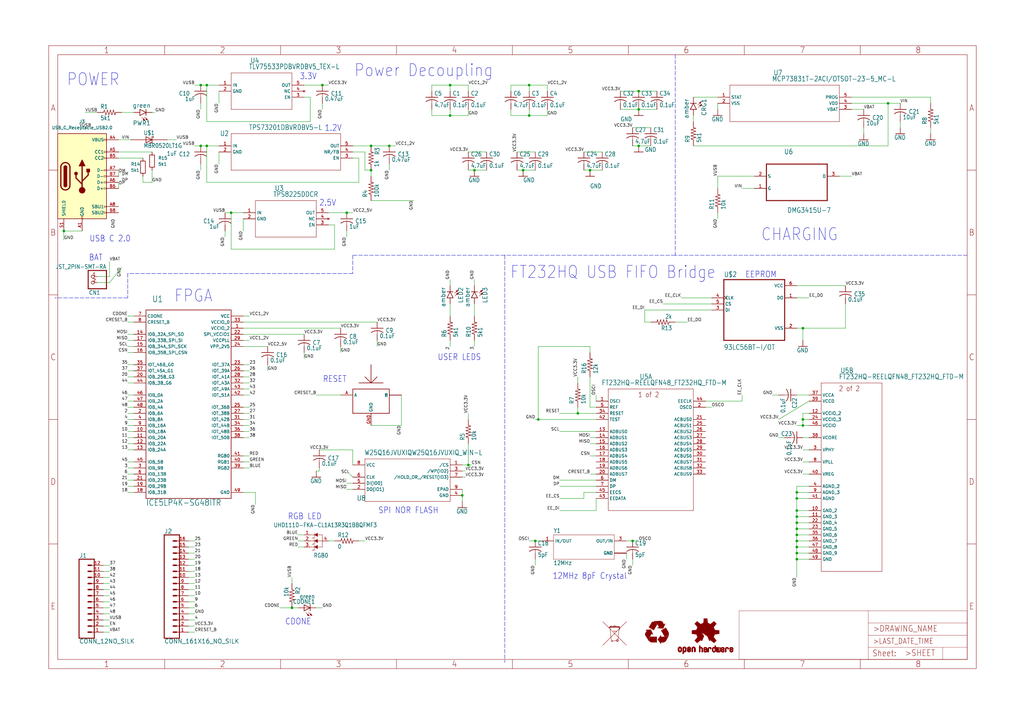
<source format=kicad_sch>
(kicad_sch (version 20231120) (generator "eeschema") (generator_version "8.0")
  (paper "User" 427.609 299.161)
  (lib_symbols
    (symbol "Connector:USB_C_Receptacle_USB2.0" (pin_names (offset 1.016))
      (property "Reference" "J" (at -10.16 19.05 0))
      (property "Value" "USB_C_Receptacle_USB2.0" (at 19.05 19.05 0))
      (symbol "USB_C_Receptacle_USB2.0_1_1"
        (pin passive line (at 0 -22.86 90) (length 5.08) (name "GND") (number "A1"))
        (pin passive line (at 0 -22.86 90) (length 5.08) hide (name "GND") (number "A12"))
        (pin passive line (at 15.24 15.24 180) (length 5.08) (name "VBUS") (number "A4"))
        (pin bidirectional line (at 15.24 10.16 180) (length 5.08) (name "CC1") (number "A5"))
        (pin bidirectional line (at 15.24 -2.54 180) (length 5.08) (name "D+") (number "A6"))
        (pin bidirectional line (at 15.24 2.54 180) (length 5.08) (name "D-") (number "A7"))
        (pin bidirectional line (at 15.24 -12.7 180) (length 5.08) (name "SBU1") (number "A8"))
        (pin passive line (at 15.24 15.24 180) (length 5.08) hide (name "VBUS") (number "A9"))
        (pin passive line (at 0 -22.86 90) (length 5.08) hide (name "GND") (number "B1"))
        (pin passive line (at 0 -22.86 90) (length 5.08) hide (name "GND") (number "B12"))
        (pin passive line (at 15.24 15.24 180) (length 5.08) hide (name "VBUS") (number "B4"))
        (pin bidirectional line (at 15.24 7.62 180) (length 5.08) (name "CC2") (number "B5"))
        (pin bidirectional line (at 15.24 -5.08 180) (length 5.08) (name "D+") (number "B6"))
        (pin bidirectional line (at 15.24 0 180) (length 5.08) (name "D-") (number "B7"))
        (pin bidirectional line (at 15.24 -15.24 180) (length 5.08) (name "SBU2") (number "B8"))
        (pin passive line (at 15.24 15.24 180) (length 5.08) hide (name "VBUS") (number "B9"))
        (pin passive line (at -7.62 -22.86 90) (length 5.08) (name "SHIELD") (number "S1"))
      )
    )
    (symbol "Device:R" (pin_numbers hide) (pin_names (offset 0))
      (property "Reference" "R" (at 2.032 0 90))
      (property "Value" "R" (at 0 0 90))
      (symbol "R_1_1"
        (pin passive line (at 0 3.81 270) (length 1.27) (name "~") (number "1"))
        (pin passive line (at 0 -3.81 90) (length 1.27) (name "~") (number "2"))
      )
    )
    (symbol "Lattice FPGA standard feather wing-eagle-import:93LC56BT-I/OT"
      (property "Value" "93LC56BT-I{slash}OT" (at -12.7 -16.7 0))
      (symbol "93LC56BT-I/OT_1_0"
        (pin output line (at 17.78 5.08 180) (length 5.08) (name "DO") (number "1"))
        (pin power_in line (at 17.78 -7.62 180) (length 5.08) (name "VSS") (number "2"))
        (pin input line (at -17.78 0 0) (length 5.08) (name "DI") (number "3"))
        (pin input clock (at -17.78 5.08 0) (length 5.08) (name "CLK") (number "4"))
        (pin input line (at -17.78 2.54 0) (length 5.08) (name "CS") (number "5"))
        (pin power_in line (at 17.78 10.16 180) (length 5.08) (name "VCC") (number "6"))
      )
    )
    (symbol "Lattice FPGA standard feather wing-eagle-import:A3L-LOC"
      (symbol "A3L-LOC_1_0"
        (text "1" (at 24.2094 1.905 0) (effects (font (size 2.54 2.286))))
        (text "1" (at 24.2094 258.445 0) (effects (font (size 2.54 2.286))))
        (text "2" (at 72.6281 1.905 0) (effects (font (size 2.54 2.286))))
        (text "2" (at 72.6281 258.445 0) (effects (font (size 2.54 2.286))))
        (text "3" (at 121.0469 1.905 0) (effects (font (size 2.54 2.286))))
        (text "3" (at 121.0469 258.445 0) (effects (font (size 2.54 2.286))))
        (text "4" (at 169.4656 1.905 0) (effects (font (size 2.54 2.286))))
        (text "4" (at 169.4656 258.445 0) (effects (font (size 2.54 2.286))))
        (text "5" (at 217.8844 1.905 0) (effects (font (size 2.54 2.286))))
        (text "5" (at 217.8844 258.445 0) (effects (font (size 2.54 2.286))))
        (text "6" (at 266.3031 1.905 0) (effects (font (size 2.54 2.286))))
        (text "6" (at 266.3031 258.445 0) (effects (font (size 2.54 2.286))))
        (text "7" (at 314.7219 1.905 0) (effects (font (size 2.54 2.286))))
        (text "7" (at 314.7219 258.445 0) (effects (font (size 2.54 2.286))))
        (text "8" (at 363.1406 1.905 0) (effects (font (size 2.54 2.286))))
        (text "8" (at 363.1406 258.445 0) (effects (font (size 2.54 2.286))))
        (text ">DRAWING_NAME" (at 344.17 15.24 0) (effects (font (size 2.54 2.159)) (justify left bottom)))
        (text ">LAST_DATE_TIME" (at 344.17 10.16 0) (effects (font (size 2.286 1.9431)) (justify left bottom)))
        (text ">SHEET" (at 357.505 5.08 0) (effects (font (size 2.54 2.159)) (justify left bottom)))
        (text "A" (at 1.905 234.315 0) (effects (font (size 2.54 2.286))))
        (text "A" (at 385.445 234.315 0) (effects (font (size 2.54 2.286))))
        (text "B" (at 1.905 182.245 0) (effects (font (size 2.54 2.286))))
        (text "B" (at 385.445 182.245 0) (effects (font (size 2.54 2.286))))
        (text "C" (at 1.905 130.175 0) (effects (font (size 2.54 2.286))))
        (text "C" (at 385.445 130.175 0) (effects (font (size 2.54 2.286))))
        (text "D" (at 1.905 78.105 0) (effects (font (size 2.54 2.286))))
        (text "D" (at 385.445 78.105 0) (effects (font (size 2.54 2.286))))
        (text "E" (at 1.905 26.035 0) (effects (font (size 2.54 2.286))))
        (text "E" (at 385.445 26.035 0) (effects (font (size 2.54 2.286))))
        (text "Sheet:" (at 343.916 4.953 0) (effects (font (size 2.54 2.159)) (justify left bottom)))
      )
    )
    (symbol "Lattice FPGA standard feather wing-eagle-import:C-USC0402"
      (property "Reference" "C" (at 1.016 0.635 0))
      (property "Value" "C-USC0402" (at 1.016 -4.191 0))
      (symbol "C-USC0402_1_0"
        (pin passive line (at 0 2.54 270) (length 2.54) (name "1") (number "1"))
        (pin passive line (at 0 -5.08 90) (length 2.54) (name "2") (number "2"))
      )
    )
    (symbol "Lattice FPGA standard feather wing-eagle-import:C-USC0603"
      (property "Reference" "C" (at 1.016 0.635 0))
      (property "Value" "C-USC0603" (at 1.016 -4.191 0))
      (symbol "C-USC0603_1_0"
        (pin passive line (at 0 2.54 270) (length 2.54) (name "1") (number "1"))
        (pin passive line (at 0 -5.08 90) (length 2.54) (name "2") (number "2"))
      )
    )
    (symbol "Lattice FPGA standard feather wing-eagle-import:CONN_12NO_SILK"
      (property "Reference" "J" (at 0 15.748 0))
      (property "Value" "CONN_12NO_SILK" (at 0 -20.066 0))
      (symbol "CONN_12NO_SILK_1_0"
        (pin passive line (at 10.16 -15.24 180) (length 5.08) (name "1") (number "1"))
        (pin passive line (at 10.16 7.62 180) (length 5.08) (name "10") (number "10"))
        (pin passive line (at 10.16 10.16 180) (length 5.08) (name "11") (number "11"))
        (pin passive line (at 10.16 12.7 180) (length 5.08) (name "12") (number "12"))
        (pin passive line (at 10.16 -12.7 180) (length 5.08) (name "2") (number "2"))
        (pin passive line (at 10.16 -10.16 180) (length 5.08) (name "3") (number "3"))
        (pin passive line (at 10.16 -7.62 180) (length 5.08) (name "4") (number "4"))
        (pin passive line (at 10.16 -5.08 180) (length 5.08) (name "5") (number "5"))
        (pin passive line (at 10.16 -2.54 180) (length 5.08) (name "6") (number "6"))
        (pin passive line (at 10.16 0 180) (length 5.08) (name "7") (number "7"))
        (pin passive line (at 10.16 2.54 180) (length 5.08) (name "8") (number "8"))
        (pin passive line (at 10.16 5.08 180) (length 5.08) (name "9") (number "9"))
      )
    )
    (symbol "Lattice FPGA standard feather wing-eagle-import:CONN_161X16_NO_SILK"
      (property "Reference" "J" (at 0 20.828 0))
      (property "Value" "CONN_161X16_NO_SILK" (at 0 -25.146 0))
      (symbol "CONN_161X16_NO_SILK_1_0"
        (pin passive line (at 10.16 -20.32 180) (length 5.08) (name "1") (number "1"))
        (pin passive line (at 10.16 2.54 180) (length 5.08) (name "10") (number "10"))
        (pin passive line (at 10.16 5.08 180) (length 5.08) (name "11") (number "11"))
        (pin passive line (at 10.16 7.62 180) (length 5.08) (name "12") (number "12"))
        (pin passive line (at 10.16 10.16 180) (length 5.08) (name "13") (number "13"))
        (pin passive line (at 10.16 12.7 180) (length 5.08) (name "14") (number "14"))
        (pin passive line (at 10.16 15.24 180) (length 5.08) (name "15") (number "15"))
        (pin passive line (at 10.16 17.78 180) (length 5.08) (name "16") (number "16"))
        (pin passive line (at 10.16 -17.78 180) (length 5.08) (name "2") (number "2"))
        (pin passive line (at 10.16 -15.24 180) (length 5.08) (name "3") (number "3"))
        (pin passive line (at 10.16 -12.7 180) (length 5.08) (name "4") (number "4"))
        (pin passive line (at 10.16 -10.16 180) (length 5.08) (name "5") (number "5"))
        (pin passive line (at 10.16 -7.62 180) (length 5.08) (name "6") (number "6"))
        (pin passive line (at 10.16 -5.08 180) (length 5.08) (name "7") (number "7"))
        (pin passive line (at 10.16 -2.54 180) (length 5.08) (name "8") (number "8"))
        (pin passive line (at 10.16 0 180) (length 5.08) (name "9") (number "9"))
      )
    )
    (symbol "Lattice FPGA standard feather wing-eagle-import:DMG3415U-7"
      (property "Reference" "U" (at -5.3656 9.1292 0))
      (property "Value" "DMG3415U-7" (at -4.0413 -15.3268 0))
      (symbol "DMG3415U-7_1_0"
        (pin power_in line (at -17.78 -5.08 0) (length 5.08) (name "G") (number "1"))
        (pin passive line (at -17.78 0 0) (length 5.08) (name "S") (number "2"))
        (pin output line (at 17.78 0 180) (length 5.08) (name "D") (number "3"))
      )
    )
    (symbol "Lattice FPGA standard feather wing-eagle-import:ECS-480-10-37-JTN-TR"
      (property "Reference" "Y" (at -12.7159 5.8493 0))
      (property "Value" "ECS-480-10-37-JTN-TR" (at -12.73 -7.638 0))
      (symbol "ECS-480-10-37-JTN-TR_1_0"
        (pin bidirectional line (at -17.78 2.54 0) (length 5.08) (name "IN/OUT") (number "1"))
        (pin power_in line (at 17.78 -2.54 180) (length 5.08) (name "GND") (number "2"))
        (pin bidirectional line (at 17.78 2.54 180) (length 5.08) (name "OUT/IN") (number "3"))
        (pin power_in line (at 17.78 -2.54 180) (length 5.08) (name "GND") (number "4"))
      )
    )
    (symbol "Lattice FPGA standard feather wing-eagle-import:FT232HQ-REELQFN48_FT232HQ_FTD-M"
      (property "Reference" "U" (at 15.5956 9.1186 0))
      (property "Value" "FT232HQ-REELQFN48_FT232HQ_FTD-M" (at 14.9606 6.5786 0))
      (symbol "FT232HQ-REELQFN48_FT232HQ_FTD-M_1_0"
        (text "1 of 2" (at 20.0406 1.4986 0) (effects (font (size 2.0828 1.7703)) (justify left bottom)))
        (pin input line (at 2.54 0 0) (length 5.08) (name "OSCI") (number "1"))
        (pin bidirectional line (at 2.54 -12.7 0) (length 5.08) (name "ADBUS0") (number "13"))
        (pin bidirectional line (at 2.54 -15.24 0) (length 5.08) (name "ADBUS1") (number "14"))
        (pin bidirectional line (at 2.54 -17.78 0) (length 5.08) (name "ADBUS2") (number "15"))
        (pin bidirectional line (at 2.54 -20.32 0) (length 5.08) (name "ADBUS3") (number "16"))
        (pin bidirectional line (at 2.54 -22.86 0) (length 5.08) (name "ADBUS4") (number "17"))
        (pin bidirectional line (at 2.54 -25.4 0) (length 5.08) (name "ADBUS5") (number "18"))
        (pin bidirectional line (at 2.54 -27.94 0) (length 5.08) (name "ADBUS6") (number "19"))
        (pin output line (at 48.26 -2.54 180) (length 5.08) (name "OSCO") (number "2"))
        (pin bidirectional line (at 2.54 -30.48 0) (length 5.08) (name "ADBUS7") (number "20"))
        (pin bidirectional line (at 48.26 -7.62 180) (length 5.08) (name "ACBUS0") (number "21"))
        (pin bidirectional line (at 48.26 -10.16 180) (length 5.08) (name "ACBUS1") (number "25"))
        (pin bidirectional line (at 48.26 -12.7 180) (length 5.08) (name "ACBUS2") (number "26"))
        (pin bidirectional line (at 48.26 -15.24 180) (length 5.08) (name "ACBUS3") (number "27"))
        (pin bidirectional line (at 48.26 -17.78 180) (length 5.08) (name "ACBUS4") (number "28"))
        (pin bidirectional line (at 48.26 -20.32 180) (length 5.08) (name "ACBUS5") (number "29"))
        (pin bidirectional line (at 48.26 -22.86 180) (length 5.08) (name "ACBUS6") (number "30"))
        (pin bidirectional line (at 48.26 -25.4 180) (length 5.08) (name "ACBUS7") (number "31"))
        (pin bidirectional line (at 48.26 -27.94 180) (length 5.08) (name "ACBUS8") (number "32"))
        (pin bidirectional line (at 48.26 -30.48 180) (length 5.08) (name "ACBUS9") (number "33"))
        (pin input line (at 2.54 -5.08 0) (length 5.08) (name "RESET") (number "34"))
        (pin input line (at 2.54 -7.62 0) (length 5.08) (name "TEST") (number "42"))
        (pin bidirectional line (at 2.54 -40.64 0) (length 5.08) (name "EEDATA") (number "43"))
        (pin output line (at 48.26 0 180) (length 5.08) (name "EECLK") (number "44"))
        (pin bidirectional line (at 2.54 -38.1 0) (length 5.08) (name "EECS") (number "45"))
        (pin input line (at 2.54 -2.54 0) (length 5.08) (name "REF") (number "5"))
        (pin bidirectional line (at 2.54 -33.02 0) (length 5.08) (name "DM") (number "6"))
        (pin bidirectional line (at 2.54 -35.56 0) (length 5.08) (name "DP") (number "7"))
      )
      (symbol "FT232HQ-REELQFN48_FT232HQ_FTD-M_2_0"
        (text "2 of 2" (at 14.9606 1.4986 0) (effects (font (size 2.0828 1.7703)) (justify left bottom)))
        (pin passive line (at 2.54 -48.26 0) (length 5.08) (name "GND_2") (number "10"))
        (pin passive line (at 2.54 -50.8 0) (length 5.08) (name "GND_3") (number "11"))
        (pin power_in line (at 2.54 -7.62 0) (length 5.08) (name "VCCIO_2") (number "12"))
        (pin passive line (at 2.54 -53.34 0) (length 5.08) (name "GND_4") (number "22"))
        (pin passive line (at 2.54 -55.88 0) (length 5.08) (name "GND_5") (number "23"))
        (pin power_in line (at 2.54 -10.16 0) (length 5.08) (name "VCCIO_3") (number "24"))
        (pin power_in line (at 2.54 -22.86 0) (length 5.08) (name "VPHY") (number "3"))
        (pin passive line (at 2.54 -58.42 0) (length 5.08) (name "GND_6") (number "35"))
        (pin passive line (at 2.54 -60.96 0) (length 5.08) (name "GND_7") (number "36"))
        (pin power_in line (at 2.54 0 0) (length 5.08) (name "VCCA") (number "37"))
        (pin power_in line (at 2.54 -17.78 0) (length 5.08) (name "VCORE") (number "38"))
        (pin power_in line (at 2.54 -2.54 0) (length 5.08) (name "VCCD") (number "39"))
        (pin passive line (at 2.54 -38.1 0) (length 5.08) (name "AGND_2") (number "4"))
        (pin power_in line (at 2.54 -33.02 0) (length 5.08) (name "VREG") (number "40"))
        (pin passive line (at 2.54 -43.18 0) (length 5.08) (name "AGND") (number "41"))
        (pin power_in line (at 2.54 -12.7 0) (length 5.08) (name "VCCIO") (number "46"))
        (pin passive line (at 2.54 -63.5 0) (length 5.08) (name "GND_8") (number "47"))
        (pin passive line (at 2.54 -66.04 0) (length 5.08) (name "GND_9") (number "48"))
        (pin passive line (at 2.54 -68.58 0) (length 5.08) (name "GND") (number "49"))
        (pin power_in line (at 2.54 -27.94 0) (length 5.08) (name "VPLL") (number "8"))
        (pin passive line (at 2.54 -40.64 0) (length 5.08) (name "AGND_3") (number "9"))
      )
    )
    (symbol "Lattice FPGA standard feather wing-eagle-import:GND" (power)
      (property "Value" "GND" (at -2.54 -2.54 0))
      (symbol "GND_1_0"
        (pin power_in line (at 0 2.54 270) (length 2.54) (name "GND") (number "1"))
      )
    )
    (symbol "Lattice FPGA standard feather wing-eagle-import:ICE5LP1K-SG48ITR"
      (property "Reference" "U" (at -17.8404 41.2876 0))
      (property "Value" "ICE5LP1K-SG48ITR" (at -17.8183 -41.2365 0))
      (symbol "ICE5LP1K-SG48ITR_1_0"
        (pin power_in line (at 22.86 33.02 180) (length 5.08) (name "VCCIO_2") (number "1"))
        (pin bidirectional line (at -22.86 -10.16 0) (length 5.08) (name "IOB_18A") (number "10"))
        (pin bidirectional line (at -22.86 -12.7 0) (length 5.08) (name "IOB_20A") (number "11"))
        (pin bidirectional line (at -22.86 -15.24 0) (length 5.08) (name "IOB_22A") (number "12"))
        (pin bidirectional line (at -22.86 -17.78 0) (length 5.08) (name "IOB_24A") (number "13"))
        (pin bidirectional line (at -22.86 30.48 0) (length 5.08) (name "IOB_32A_SPI_SO") (number "14"))
        (pin bidirectional line (at -22.86 25.4 0) (length 5.08) (name "IOB_34A_SPI_SCK") (number "15"))
        (pin bidirectional line (at -22.86 22.86 0) (length 5.08) (name "IOB_35B_SPI_CSN") (number "16"))
        (pin bidirectional line (at -22.86 27.94 0) (length 5.08) (name "IOB_33B_SPI_SI") (number "17"))
        (pin bidirectional line (at -22.86 -35.56 0) (length 5.08) (name "IOB_31B") (number "18"))
        (pin bidirectional line (at -22.86 -33.02 0) (length 5.08) (name "IOB_29B") (number "19"))
        (pin bidirectional line (at -22.86 -2.54 0) (length 5.08) (name "IOB_6A") (number "2"))
        (pin bidirectional line (at -22.86 12.7 0) (length 5.08) (name "IOB_25B_G3") (number "20"))
        (pin bidirectional line (at -22.86 -30.48 0) (length 5.08) (name "IOB_23B") (number "21"))
        (pin power_in line (at 22.86 30.48 180) (length 5.08) (name "SPI_VCCIO1") (number "22"))
        (pin bidirectional line (at 22.86 17.78 180) (length 5.08) (name "IOT_37A") (number "23"))
        (pin power_in line (at 22.86 25.4 180) (length 5.08) (name "VPP_2V5") (number "24"))
        (pin bidirectional line (at 22.86 0 180) (length 5.08) (name "IOT_36B") (number "25"))
        (pin bidirectional line (at 22.86 15.24 180) (length 5.08) (name "IOT_39A") (number "26"))
        (pin bidirectional line (at 22.86 -2.54 180) (length 5.08) (name "IOT_38B") (number "27"))
        (pin bidirectional line (at 22.86 12.7 180) (length 5.08) (name "IOT_41A") (number "28"))
        (pin power_in line (at 22.86 27.94 180) (length 5.08) (name "VCCPLL") (number "29"))
        (pin bidirectional line (at -22.86 -25.4 0) (length 5.08) (name "IOB_9B") (number "3"))
        (pin power_in line (at 22.86 38.1 180) (length 5.08) (name "VCC") (number "30"))
        (pin bidirectional line (at 22.86 -5.08 180) (length 5.08) (name "IOT_42B") (number "31"))
        (pin bidirectional line (at 22.86 10.16 180) (length 5.08) (name "IOT_43A") (number "32"))
        (pin power_in line (at 22.86 35.56 180) (length 5.08) (name "VCCIO_0") (number "33"))
        (pin bidirectional line (at 22.86 -7.62 180) (length 5.08) (name "IOT_44B") (number "34"))
        (pin bidirectional line (at -22.86 17.78 0) (length 5.08) (name "IOT_46B_G0") (number "35"))
        (pin bidirectional line (at 22.86 -10.16 180) (length 5.08) (name "IOT_48B") (number "36"))
        (pin bidirectional line (at -22.86 15.24 0) (length 5.08) (name "IOT_45A_G1") (number "37"))
        (pin bidirectional line (at 22.86 -12.7 180) (length 5.08) (name "IOT_50B") (number "38"))
        (pin passive line (at 22.86 -25.4 180) (length 5.08) (name "RGB2") (number "39"))
        (pin bidirectional line (at -22.86 -5.08 0) (length 5.08) (name "IOB_8A") (number "4"))
        (pin passive line (at 22.86 -22.86 180) (length 5.08) (name "RGB1") (number "40"))
        (pin passive line (at 22.86 -20.32 180) (length 5.08) (name "RGB0") (number "41"))
        (pin bidirectional line (at 22.86 5.08 180) (length 5.08) (name "IOT_51A") (number "42"))
        (pin bidirectional line (at 22.86 7.62 180) (length 5.08) (name "IOT_49A") (number "43"))
        (pin bidirectional line (at -22.86 10.16 0) (length 5.08) (name "IOB_3B_G6") (number "44"))
        (pin bidirectional line (at -22.86 -22.86 0) (length 5.08) (name "IOB_5B") (number "45"))
        (pin bidirectional line (at -22.86 5.08 0) (length 5.08) (name "IOB_0A") (number "46"))
        (pin bidirectional line (at -22.86 2.54 0) (length 5.08) (name "IOB_2A") (number "47"))
        (pin bidirectional line (at -22.86 0 0) (length 5.08) (name "IOB_4A") (number "48"))
        (pin power_in line (at 22.86 -35.56 180) (length 5.08) (name "GND") (number "49"))
        (pin power_in line (at 22.86 38.1 180) (length 5.08) (name "VCC") (number "5"))
        (pin bidirectional line (at -22.86 -27.94 0) (length 5.08) (name "IOB_13B") (number "6"))
        (pin input line (at -22.86 38.1 0) (length 5.08) (name "CDONE") (number "7"))
        (pin input line (at -22.86 35.56 0) (length 5.08) (name "CRESET_B") (number "8"))
        (pin bidirectional line (at -22.86 -7.62 0) (length 5.08) (name "IOB_16A") (number "9"))
      )
    )
    (symbol "Lattice FPGA standard feather wing-eagle-import:JST_2PIN-SMT-RA"
      (property "Reference" "CN" (at -6.35 5.715 0))
      (property "Value" "JST_2PIN-SMT-RA" (at -6.35 -5.08 0))
      (symbol "JST_2PIN-SMT-RA_1_0"
        (pin passive inverted (at -2.54 0 0) (length 2.54) (name "2") (number "1"))
        (pin passive inverted (at -2.54 2.54 0) (length 2.54) (name "1") (number "2"))
      )
    )
    (symbol "Lattice FPGA standard feather wing-eagle-import:LED0603"
      (property "Reference" "D" (at -3.429 -4.572 90))
      (property "Value" "LED0603" (at 1.905 -4.572 90))
      (symbol "LED0603_1_0"
        (pin passive line (at 0 2.54 270) (length 2.54) (name "A") (number "A"))
        (pin passive line (at 0 -5.08 90) (length 2.54) (name "C") (number "C"))
      )
    )
    (symbol "Lattice FPGA standard feather wing-eagle-import:LEDCHIP-LED0603"
      (property "Reference" "LED" (at 3.556 -4.572 90))
      (property "Value" "LEDCHIP-LED0603" (at 5.715 -4.572 90))
      (symbol "LEDCHIP-LED0603_1_0"
        (pin passive line (at 0 2.54 270) (length 2.54) (name "A") (number "A"))
        (pin passive line (at 0 -5.08 90) (length 2.54) (name "C") (number "C"))
      )
    )
    (symbol "Lattice FPGA standard feather wing-eagle-import:MBR0520LT1G"
      (property "Value" "MBR0520LT1G" (at -2.2904 -3.4356 0))
      (symbol "MBR0520LT1G_1_0"
        (pin passive line (at 7.62 0 180) (length 7.62) (name "C") (number "1"))
        (pin passive line (at -7.62 0 0) (length 7.62) (name "A") (number "2"))
      )
    )
    (symbol "Lattice FPGA standard feather wing-eagle-import:MCP73831T-2ACI/OTSOT-23-5_MC-L"
      (property "Reference" "U" (at 25.7556 9.1186 0))
      (property "Value" "MCP73831T-2ACI{slash}OTSOT-23-5_MC-L" (at 25.1206 6.5786 0))
      (symbol "MCP73831T-2ACI/OTSOT-23-5_MC-L_1_0"
        (pin passive line (at 2.54 0 0) (length 5.08) (name "STAT") (number "1"))
        (pin passive line (at 2.54 -2.54 0) (length 5.08) (name "VSS") (number "2"))
        (pin passive line (at 58.42 -5.08 180) (length 5.08) (name "VBAT") (number "3"))
        (pin passive line (at 58.42 -2.54 180) (length 5.08) (name "VDD") (number "4"))
        (pin passive line (at 58.42 0 180) (length 5.08) (name "PROG") (number "5"))
      )
    )
    (symbol "Lattice FPGA standard feather wing-eagle-import:OSHW-LOGOS")
    (symbol "Lattice FPGA standard feather wing-eagle-import:R-US_R0402"
      (property "Reference" "R" (at -3.81 1.4986 0))
      (property "Value" "R-US_R0402" (at -3.81 -3.302 0))
      (symbol "R-US_R0402_1_0"
        (pin passive line (at -5.08 0 0) (length 2.54) (name "1") (number "1"))
        (pin passive line (at 5.08 0 180) (length 2.54) (name "2") (number "2"))
      )
    )
    (symbol "Lattice FPGA standard feather wing-eagle-import:R-US_R0603"
      (property "Reference" "R" (at -3.81 1.4986 0))
      (property "Value" "R-US_R0603" (at -3.81 -3.302 0))
      (symbol "R-US_R0603_1_0"
        (pin passive line (at -5.08 0 0) (length 2.54) (name "1") (number "1"))
        (pin passive line (at 5.08 0 180) (length 2.54) (name "2") (number "2"))
      )
    )
    (symbol "Lattice FPGA standard feather wing-eagle-import:RECYCLING_10.00")
    (symbol "Lattice FPGA standard feather wing-eagle-import:SOF-232HST"
      (symbol "SOF-232HST_1_0"
        (pin bidirectional line (at 2.54 10.16 0) (length 5.08) (name "A") (number "A"))
        (pin bidirectional line (at 27.94 10.16 180) (length 5.08) (name "B") (number "B"))
        (pin bidirectional line (at 27.94 10.16 180) (length 5.08) (name "B") (number "B2"))
        (pin bidirectional line (at 27.94 10.16 180) (length 5.08) (name "B") (number "B3"))
        (pin bidirectional line (at 15.24 -2.54 90) (length 5.08) (name "GND") (number "GND"))
      )
    )
    (symbol "Lattice FPGA standard feather wing-eagle-import:TLV75533PDBVRDBV5_TEX-L"
      (property "Reference" "U" (at 15.5956 9.1186 0))
      (property "Value" "TLV75533PDBVRDBV5_TEX-L" (at 14.9606 6.5786 0))
      (symbol "TLV75533PDBVRDBV5_TEX-L_1_0"
        (pin input line (at 2.54 0 0) (length 5.08) (name "IN") (number "1"))
        (pin power_in line (at 2.54 -2.54 0) (length 5.08) (name "GND") (number "2"))
        (pin input line (at 38.1 -5.08 180) (length 5.08) (name "EN") (number "3"))
        (pin no_connect line (at 38.1 -2.54 180) (length 5.08) (name "NC") (number "4"))
        (pin output line (at 38.1 0 180) (length 5.08) (name "OUT") (number "5"))
      )
    )
    (symbol "Lattice FPGA standard feather wing-eagle-import:TONNE_10.00")
    (symbol "Lattice FPGA standard feather wing-eagle-import:TPS73201DBVRDBV5-L"
      (property "Reference" "U" (at 25.7556 9.1186 0))
      (property "Value" "TPS73201DBVRDBV5-L" (at 25.1206 6.5786 0))
      (symbol "TPS73201DBVRDBV5-L_1_0"
        (pin input line (at 2.54 0 0) (length 5.08) (name "IN") (number "1"))
        (pin power_in line (at 2.54 -2.54 0) (length 5.08) (name "GND") (number "2"))
        (pin passive line (at 58.42 -5.08 180) (length 5.08) (name "EN") (number "3"))
        (pin passive line (at 58.42 -2.54 180) (length 5.08) (name "NR/FB") (number "4"))
        (pin output line (at 58.42 0 180) (length 5.08) (name "OUT") (number "5"))
      )
    )
    (symbol "Lattice FPGA standard feather wing-eagle-import:UHD1110-FKA-CL1A13R3Q1BBQFMF3"
      (property "Reference" "D" (at -2.54 5.08 0))
      (property "Value" "UHD1110-FKA-CL1A13R3Q1BBQFMF3" (at -2.54 -5.08 0))
      (symbol "UHD1110-FKA-CL1A13R3Q1BBQFMF3_1_0"
        (pin passive line (at 7.62 -2.54 180) (length 2.54) (name "BLUE") (number "1"))
        (pin passive line (at 7.62 0 180) (length 2.54) (name "GREEN") (number "2"))
        (pin passive line (at 7.62 2.54 180) (length 2.54) (name "RED") (number "3"))
        (pin passive line (at -2.54 0 0) (length 2.54) (name "ANODE") (number "4"))
      )
    )
    (symbol "Lattice FPGA standard feather wing-eagle-import:W25Q16JVUXIQW25Q16JVUXIQ_WIN-L"
      (property "Reference" "U" (at 7.9756 -13.7414 0))
      (property "Value" "W25Q16JVUXIQW25Q16JVUXIQ_WIN-L" (at 7.3406 9.1186 0))
      (symbol "W25Q16JVUXIQW25Q16JVUXIQ_WIN-L_1_0"
        (pin passive line (at 48.26 5.08 180) (length 5.08) (name "/CS") (number "1"))
        (pin passive line (at 2.54 -5.08 0) (length 5.08) (name "DO(IO1)") (number "2"))
        (pin passive line (at 48.26 2.54 180) (length 5.08) (name "/WP(IO2)") (number "3"))
        (pin passive line (at 48.26 -7.62 180) (length 5.08) (name "GND") (number "4"))
        (pin passive line (at 2.54 -2.54 0) (length 5.08) (name "DI(IO0)") (number "5"))
        (pin passive line (at 2.54 0 0) (length 5.08) (name "CLK") (number "6"))
        (pin passive line (at 48.26 0 180) (length 5.08) (name "/HOLD_OR_/RESET(IO3)") (number "7"))
        (pin passive line (at 2.54 5.08 0) (length 5.08) (name "VCC") (number "8"))
        (pin passive line (at 48.26 -5.08 180) (length 5.08) (name "EPAD") (number "9"))
      )
    )
  )
  (junction (at 370.84 43.18))
  (junction (at 83.82 60.96))
  (junction (at 332.74 218.44))
  (junction (at 187.96 35.56))
  (junction (at 223.52 226.06))
  (junction (at 220.98 35.56))
  (junction (at 193.04 207.01))
  (junction (at 266.7 38.1))
  (junction (at 332.74 228.6))
  (junction (at 121.92 254))
  (junction (at 154.94 60.96))
  (junction (at 26.67 96.52))
  (junction (at 332.74 223.52))
  (junction (at 335.28 177.8))
  (junction (at 332.74 208.28))
  (junction (at 154.94 71.12))
  (junction (at 264.16 226.06))
  (junction (at 335.28 175.26))
  (junction (at 144.78 88.9))
  (junction (at 332.74 215.9))
  (junction (at 86.36 60.96))
  (junction (at 218.44 71.12))
  (junction (at 332.74 231.14))
  (junction (at 332.74 205.74))
  (junction (at 198.12 71.12))
  (junction (at 246.38 71.12))
  (junction (at 224.79 175.26))
  (junction (at 83.82 35.56))
  (junction (at 220.98 48.26))
  (junction (at 241.3 172.72))
  (junction (at 134.62 35.56))
  (junction (at 187.96 48.26))
  (junction (at 96.52 88.9))
  (junction (at 332.74 233.68))
  (junction (at 162.56 60.96))
  (junction (at 332.74 220.98))
  (junction (at 266.7 60.96))
  (junction (at 195.58 194.31))
  (junction (at 86.36 35.56))
  (junction (at 332.74 226.06))
  (junction (at 335.28 137.16))
  (junction (at 332.74 213.36))
  (junction (at 266.7 45.72))
  (wire (pts (xy 157.48 142.24) (xy 157.48 144.78)))
  (wire (pts (xy 55.88 203.2) (xy 53.34 203.2)))
  (wire (pts (xy 195.58 194.31) (xy 196.85 194.31)))
  (wire (pts (xy 248.92 213.36) (xy 233.68 213.36)))
  (wire (pts (xy 337.82 208.28) (xy 332.74 208.28)))
  (wire (pts (xy 198.12 127) (xy 198.12 132.08)))
  (wire (pts (xy 43.18 259.08) (xy 45.72 259.08)))
  (wire (pts (xy 218.44 71.12) (xy 215.9 71.12)))
  (wire (pts (xy 193.04 199.39) (xy 194.31 199.39)))
  (wire (pts (xy 187.96 127) (xy 187.96 132.08)))
  (polyline (pts (xy 281.94 106.68) (xy 210.82 106.68)) (stroke (width 0) (type dash)))
  (wire (pts (xy 55.88 154.94) (xy 53.34 154.94)))
  (wire (pts (xy 335.28 175.26) (xy 335.28 177.8)))
  (wire (pts (xy 43.18 243.84) (xy 45.72 243.84)))
  (wire (pts (xy 55.88 144.78) (xy 53.34 144.78)))
  (polyline (pts (xy 281.94 22.86) (xy 281.94 106.68)) (stroke (width 0) (type dash)))
  (wire (pts (xy 78.74 233.68) (xy 81.28 233.68)))
  (wire (pts (xy 274.32 38.1) (xy 266.7 38.1)))
  (wire (pts (xy 198.12 71.12) (xy 195.58 71.12)))
  (wire (pts (xy 43.18 241.3) (xy 45.72 241.3)))
  (wire (pts (xy 297.18 127) (xy 276.86 127)))
  (wire (pts (xy 149.86 66.04) (xy 147.32 66.04)))
  (wire (pts (xy 106.68 205.74) (xy 106.68 210.82)))
  (wire (pts (xy 335.28 172.72) (xy 335.28 175.26)))
  (wire (pts (xy 137.16 93.98) (xy 139.7 93.98)))
  (wire (pts (xy 49.53 66.04) (xy 59.69 66.04)))
  (wire (pts (xy 86.36 35.56) (xy 86.36 50.8)))
  (wire (pts (xy 299.72 73.66) (xy 299.72 78.74)))
  (wire (pts (xy 144.78 96.52) (xy 144.78 99.06)))
  (wire (pts (xy 195.58 175.26) (xy 195.58 172.72)))
  (wire (pts (xy 78.74 246.38) (xy 81.28 246.38)))
  (polyline (pts (xy 53.34 124.46) (xy 22.86 124.46)) (stroke (width 0) (type dash)))
  (wire (pts (xy 35.56 46.99) (xy 40.64 46.99)))
  (wire (pts (xy 78.74 228.6) (xy 81.28 228.6)))
  (wire (pts (xy 121.92 254) (xy 116.84 254)))
  (wire (pts (xy 335.28 137.16) (xy 353.06 137.16)))
  (wire (pts (xy 101.6 144.78) (xy 111.76 144.78)))
  (wire (pts (xy 55.88 139.7) (xy 53.34 139.7)))
  (wire (pts (xy 162.56 60.96) (xy 165.1 60.96)))
  (wire (pts (xy 86.36 76.2) (xy 149.86 76.2)))
  (wire (pts (xy 297.18 124.46) (xy 284.48 124.46)))
  (wire (pts (xy 337.82 182.88) (xy 335.28 182.88)))
  (wire (pts (xy 78.74 254) (xy 81.28 254)))
  (wire (pts (xy 223.52 233.68) (xy 223.52 236.22)))
  (wire (pts (xy 314.96 73.66) (xy 299.72 73.66)))
  (wire (pts (xy 63.5 76.2) (xy 59.69 76.2)))
  (wire (pts (xy 83.82 43.18) (xy 83.82 45.72)))
  (wire (pts (xy 132.08 254) (xy 134.62 254)))
  (wire (pts (xy 332.74 233.68) (xy 332.74 241.3)))
  (wire (pts (xy 86.36 50.8) (xy 129.54 50.8)))
  (wire (pts (xy 228.6 48.26) (xy 228.6 45.72)))
  (wire (pts (xy 55.88 175.26) (xy 53.34 175.26)))
  (wire (pts (xy 55.88 200.66) (xy 53.34 200.66)))
  (wire (pts (xy 246.38 157.48) (xy 246.38 170.18)))
  (wire (pts (xy 127 228.6) (xy 124.46 228.6)))
  (wire (pts (xy 223.52 226.06) (xy 220.98 226.06)))
  (wire (pts (xy 314.96 78.74) (xy 309.88 78.74)))
  (wire (pts (xy 101.6 177.8) (xy 104.14 177.8)))
  (wire (pts (xy 203.2 71.12) (xy 198.12 71.12)))
  (wire (pts (xy 337.82 223.52) (xy 332.74 223.52)))
  (wire (pts (xy 167.64 177.8) (xy 167.64 165.1)))
  (wire (pts (xy 133.35 195.58) (xy 133.35 196.85)))
  (wire (pts (xy 332.74 124.46) (xy 337.82 124.46)))
  (wire (pts (xy 335.28 137.16) (xy 335.28 142.24)))
  (wire (pts (xy 127 223.52) (xy 124.46 223.52)))
  (wire (pts (xy 49.53 71.12) (xy 49.53 73.66)))
  (wire (pts (xy 213.36 35.56) (xy 220.98 35.56)))
  (wire (pts (xy 246.38 144.78) (xy 224.79 144.78)))
  (wire (pts (xy 127 226.06) (xy 124.46 226.06)))
  (wire (pts (xy 121.92 254) (xy 124.46 254)))
  (wire (pts (xy 101.6 193.04) (xy 104.14 193.04)))
  (wire (pts (xy 91.44 38.1) (xy 91.44 43.18)))
  (wire (pts (xy 266.7 38.1) (xy 259.08 38.1)))
  (wire (pts (xy 78.74 264.16) (xy 81.28 264.16)))
  (wire (pts (xy 101.6 137.16) (xy 142.24 137.16)))
  (wire (pts (xy 101.6 170.18) (xy 104.14 170.18)))
  (wire (pts (xy 271.78 53.34) (xy 264.16 53.34)))
  (wire (pts (xy 309.88 167.64) (xy 309.88 165.1)))
  (polyline (pts (xy 210.82 106.68) (xy 210.82 276.86)) (stroke (width 0) (type dash)))
  (wire (pts (xy 45.72 115.57) (xy 45.72 109.22)))
  (wire (pts (xy 149.86 226.06) (xy 152.4 226.06)))
  (wire (pts (xy 332.74 137.16) (xy 335.28 137.16)))
  (wire (pts (xy 154.94 71.12) (xy 154.94 73.66)))
  (wire (pts (xy 246.38 147.32) (xy 246.38 144.78)))
  (wire (pts (xy 271.78 60.96) (xy 266.7 60.96)))
  (wire (pts (xy 269.24 134.62) (xy 269.24 129.54)))
  (wire (pts (xy 83.82 35.56) (xy 81.28 35.56)))
  (wire (pts (xy 55.88 172.72) (xy 53.34 172.72)))
  (wire (pts (xy 147.32 60.96) (xy 154.94 60.96)))
  (wire (pts (xy 337.82 220.98) (xy 332.74 220.98)))
  (wire (pts (xy 101.6 175.26) (xy 104.14 175.26)))
  (wire (pts (xy 101.6 162.56) (xy 104.14 162.56)))
  (wire (pts (xy 261.62 231.14) (xy 261.62 233.68)))
  (wire (pts (xy 129.54 50.8) (xy 129.54 40.64)))
  (wire (pts (xy 251.46 63.5) (xy 243.84 63.5)))
  (wire (pts (xy 78.74 259.08) (xy 81.28 259.08)))
  (wire (pts (xy 83.82 60.96) (xy 81.28 60.96)))
  (wire (pts (xy 167.64 177.8) (xy 154.94 177.8)))
  (wire (pts (xy 43.18 248.92) (xy 45.72 248.92)))
  (wire (pts (xy 101.6 172.72) (xy 104.14 172.72)))
  (wire (pts (xy 193.04 196.85) (xy 194.31 196.85)))
  (wire (pts (xy 281.94 134.62) (xy 287.02 134.62)))
  (wire (pts (xy 266.7 60.96) (xy 264.16 60.96)))
  (wire (pts (xy 101.6 165.1) (xy 104.14 165.1)))
  (wire (pts (xy 86.36 60.96) (xy 86.36 76.2)))
  (wire (pts (xy 55.88 182.88) (xy 53.34 182.88)))
  (wire (pts (xy 55.88 167.64) (xy 53.34 167.64)))
  (wire (pts (xy 91.44 60.96) (xy 86.36 60.96)))
  (wire (pts (xy 55.88 195.58) (xy 53.34 195.58)))
  (wire (pts (xy 55.88 177.8) (xy 53.34 177.8)))
  (wire (pts (xy 45.72 118.11) (xy 50.8 111.76)))
  (wire (pts (xy 55.88 157.48) (xy 53.34 157.48)))
  (wire (pts (xy 355.6 40.64) (xy 388.62 40.64)))
  (wire (pts (xy 69.85 58.42) (xy 73.66 58.42)))
  (wire (pts (xy 43.18 251.46) (xy 45.72 251.46)))
  (wire (pts (xy 101.6 190.5) (xy 104.14 190.5)))
  (wire (pts (xy 55.88 134.62) (xy 53.34 134.62)))
  (wire (pts (xy 142.24 144.78) (xy 142.24 147.32)))
  (wire (pts (xy 213.36 48.26) (xy 220.98 48.26)))
  (wire (pts (xy 332.74 208.28) (xy 332.74 213.36)))
  (wire (pts (xy 213.36 38.1) (xy 213.36 35.56)))
  (wire (pts (xy 55.88 187.96) (xy 53.34 187.96)))
  (wire (pts (xy 55.88 170.18) (xy 53.34 170.18)))
  (wire (pts (xy 195.58 48.26) (xy 195.58 45.72)))
  (wire (pts (xy 78.74 256.54) (xy 81.28 256.54)))
  (wire (pts (xy 144.78 88.9) (xy 147.32 88.9)))
  (wire (pts (xy 101.6 205.74) (xy 106.68 205.74)))
  (wire (pts (xy 101.6 154.94) (xy 104.14 154.94)))
  (wire (pts (xy 101.6 132.08) (xy 104.14 132.08)))
  (wire (pts (xy 248.92 190.5) (xy 246.38 190.5)))
  (wire (pts (xy 220.98 38.1) (xy 220.98 35.56)))
  (wire (pts (xy 337.82 226.06) (xy 332.74 226.06)))
  (wire (pts (xy 127 35.56) (xy 134.62 35.56)))
  (wire (pts (xy 299.72 88.9) (xy 299.72 91.44)))
  (wire (pts (xy 55.88 132.08) (xy 53.34 132.08)))
  (wire (pts (xy 49.53 76.2) (xy 49.53 78.74)))
  (wire (pts (xy 353.06 119.38) (xy 332.74 119.38)))
  (wire (pts (xy 337.82 218.44) (xy 332.74 218.44)))
  (wire (pts (xy 78.74 231.14) (xy 81.28 231.14)))
  (wire (pts (xy 133.35 196.85) (xy 132.08 196.85)))
  (wire (pts (xy 55.88 147.32) (xy 53.34 147.32)))
  (wire (pts (xy 327.66 182.88) (xy 325.12 182.88)))
  (wire (pts (xy 91.44 35.56) (xy 86.36 35.56)))
  (wire (pts (xy 180.34 35.56) (xy 187.96 35.56)))
  (wire (pts (xy 59.69 73.66) (xy 59.69 76.2)))
  (wire (pts (xy 337.82 165.1) (xy 332.74 165.1)))
  (wire (pts (xy 241.3 172.72) (xy 233.68 172.72)))
  (wire (pts (xy 375.92 50.8) (xy 375.92 53.34)))
  (wire (pts (xy 187.96 35.56) (xy 195.58 35.56)))
  (wire (pts (xy 226.06 226.06) (xy 223.52 226.06)))
  (wire (pts (xy 63.5 46.99) (xy 64.77 46.99)))
  (wire (pts (xy 55.88 205.74) (xy 53.34 205.74)))
  (wire (pts (xy 370.84 60.96) (xy 370.84 43.18)))
  (wire (pts (xy 63.5 71.12) (xy 63.5 76.2)))
  (wire (pts (xy 101.6 157.48) (xy 104.14 157.48)))
  (wire (pts (xy 45.72 118.11) (xy 40.64 118.11)))
  (wire (pts (xy 78.74 238.76) (xy 81.28 238.76)))
  (wire (pts (xy 78.74 236.22) (xy 81.28 236.22)))
  (wire (pts (xy 139.7 104.14) (xy 96.52 104.14)))
  (wire (pts (xy 274.32 45.72) (xy 266.7 45.72)))
  (wire (pts (xy 127 147.32) (xy 127 149.86)))
  (wire (pts (xy 264.16 233.68) (xy 264.16 236.22)))
  (wire (pts (xy 233.68 203.2) (xy 248.92 203.2)))
  (wire (pts (xy 55.88 142.24) (xy 53.34 142.24)))
  (wire (pts (xy 55.88 180.34) (xy 53.34 180.34)))
  (wire (pts (xy 43.18 246.38) (xy 45.72 246.38)))
  (wire (pts (xy 289.56 60.96) (xy 370.84 60.96)))
  (wire (pts (xy 147.32 204.47) (xy 144.78 204.47)))
  (wire (pts (xy 26.67 96.52) (xy 34.29 96.52)))
  (wire (pts (xy 147.32 194.31) (xy 147.32 187.96)))
  (wire (pts (xy 187.96 142.24) (xy 187.96 144.78)))
  (wire (pts (xy 152.4 63.5) (xy 152.4 71.12)))
  (wire (pts (xy 297.18 129.54) (xy 269.24 129.54)))
  (wire (pts (xy 45.72 115.57) (xy 40.64 115.57)))
  (wire (pts (xy 43.18 238.76) (xy 45.72 238.76)))
  (wire (pts (xy 332.74 203.2) (xy 332.74 205.74)))
  (wire (pts (xy 213.36 45.72) (xy 213.36 48.26)))
  (wire (pts (xy 55.88 160.02) (xy 53.34 160.02)))
  (wire (pts (xy 121.92 243.84) (xy 121.92 241.3)))
  (wire (pts (xy 294.64 167.64) (xy 309.88 167.64)))
  (wire (pts (xy 137.16 88.9) (xy 144.78 88.9)))
  (wire (pts (xy 248.92 182.88) (xy 246.38 182.88)))
  (wire (pts (xy 248.92 185.42) (xy 246.38 185.42)))
  (polyline (pts (xy 210.82 106.68) (xy 147.32 106.68)) (stroke (width 0) (type dash)))
  (wire (pts (xy 299.72 43.18) (xy 299.72 45.72)))
  (wire (pts (xy 50.8 46.99) (xy 55.88 46.99)))
  (wire (pts (xy 193.04 194.31) (xy 195.58 194.31)))
  (wire (pts (xy 187.96 38.1) (xy 187.96 35.56)))
  (wire (pts (xy 223.52 175.26) (xy 224.79 175.26)))
  (wire (pts (xy 111.76 152.4) (xy 111.76 154.94)))
  (wire (pts (xy 134.62 43.18) (xy 134.62 45.72)))
  (wire (pts (xy 223.52 63.5) (xy 215.9 63.5)))
  (wire (pts (xy 337.82 172.72) (xy 335.28 172.72)))
  (wire (pts (xy 332.74 228.6) (xy 332.74 231.14)))
  (wire (pts (xy 78.74 226.06) (xy 81.28 226.06)))
  (wire (pts (xy 220.98 48.26) (xy 228.6 48.26)))
  (wire (pts (xy 152.4 71.12) (xy 154.94 71.12)))
  (wire (pts (xy 294.64 170.18) (xy 297.18 170.18)))
  (wire (pts (xy 86.36 60.96) (xy 83.82 60.96)))
  (wire (pts (xy 162.56 68.58) (xy 162.56 71.12)))
  (wire (pts (xy 187.96 45.72) (xy 187.96 48.26)))
  (wire (pts (xy 289.56 50.8) (xy 289.56 48.26)))
  (wire (pts (xy 193.04 204.47) (xy 193.04 207.01)))
  (wire (pts (xy 248.92 170.18) (xy 246.38 170.18)))
  (wire (pts (xy 55.88 152.4) (xy 53.34 152.4)))
  (polyline (pts (xy 53.34 114.3) (xy 53.34 124.46)) (stroke (width 0) (type dash)))
  (wire (pts (xy 83.82 68.58) (xy 83.82 71.12)))
  (wire (pts (xy 147.32 201.93) (xy 144.78 201.93)))
  (wire (pts (xy 325.12 165.1) (xy 322.58 165.1)))
  (wire (pts (xy 370.84 43.18) (xy 375.92 43.18)))
  (wire (pts (xy 360.68 53.34) (xy 360.68 55.88)))
  (wire (pts (xy 220.98 45.72) (xy 220.98 48.26)))
  (wire (pts (xy 220.98 35.56) (xy 228.6 35.56)))
  (wire (pts (xy 251.46 71.12) (xy 246.38 71.12)))
  (wire (pts (xy 332.74 218.44) (xy 332.74 220.98)))
  (wire (pts (xy 332.74 220.98) (xy 332.74 223.52)))
  (wire (pts (xy 248.92 208.28) (xy 248.92 213.36)))
  (wire (pts (xy 332.74 215.9) (xy 332.74 218.44)))
  (wire (pts (xy 353.06 137.16) (xy 353.06 127)))
  (wire (pts (xy 337.82 193.04) (xy 335.28 193.04)))
  (wire (pts (xy 332.74 231.14) (xy 332.74 233.68)))
  (wire (pts (xy 198.12 119.38) (xy 198.12 116.84)))
  (wire (pts (xy 78.74 241.3) (xy 81.28 241.3)))
  (wire (pts (xy 43.18 264.16) (xy 45.72 264.16)))
  (wire (pts (xy 55.88 165.1) (xy 53.34 165.1)))
  (wire (pts (xy 43.18 236.22) (xy 45.72 236.22)))
  (polyline (pts (xy 403.86 106.68) (xy 281.94 106.68)) (stroke (width 0) (type dash)))
  (wire (pts (xy 101.6 134.62) (xy 157.48 134.62)))
  (wire (pts (xy 78.74 261.62) (xy 81.28 261.62)))
  (wire (pts (xy 78.74 243.84) (xy 81.28 243.84)))
  (wire (pts (xy 233.68 200.66) (xy 248.92 200.66)))
  (wire (pts (xy 55.88 198.12) (xy 53.34 198.12)))
  (wire (pts (xy 337.82 213.36) (xy 332.74 213.36)))
  (wire (pts (xy 248.92 172.72) (xy 241.3 172.72)))
  (wire (pts (xy 101.6 180.34) (xy 104.14 180.34)))
  (wire (pts (xy 203.2 63.5) (xy 195.58 63.5)))
  (wire (pts (xy 129.54 40.64) (xy 127 40.64)))
  (wire (pts (xy 264.16 226.06) (xy 266.7 226.06)))
  (wire (pts (xy 147.32 199.39) (xy 146.05 198.12)))
  (wire (pts (xy 96.52 104.14) (xy 96.52 88.9)))
  (wire (pts (xy 43.18 254) (xy 45.72 254)))
  (wire (pts (xy 248.92 180.34) (xy 233.68 180.34)))
  (polyline (pts (xy 147.32 114.3) (xy 53.34 114.3)) (stroke (width 0) (type dash)))
  (wire (pts (xy 49.53 63.5) (xy 63.5 63.5)))
  (wire (pts (xy 101.6 152.4) (xy 104.14 152.4)))
  (wire (pts (xy 86.36 35.56) (xy 83.82 35.56)))
  (wire (pts (xy 195.58 35.56) (xy 195.58 38.1)))
  (wire (pts (xy 332.74 205.74) (xy 332.74 208.28)))
  (wire (pts (xy 187.96 48.26) (xy 195.58 48.26)))
  (wire (pts (xy 43.18 256.54) (xy 45.72 256.54)))
  (wire (pts (xy 337.82 215.9) (xy 332.74 215.9)))
  (wire (pts (xy 243.84 208.28) (xy 233.68 208.28)))
  (wire (pts (xy 101.6 195.58) (xy 104.14 195.58)))
  (wire (pts (xy 337.82 231.14) (xy 332.74 231.14)))
  (wire (pts (xy 149.86 76.2) (xy 149.86 66.04)))
  (wire (pts (xy 332.74 223.52) (xy 332.74 226.06)))
  (wire (pts (xy 388.62 53.34) (xy 388.62 55.88)))
  (wire (pts (xy 195.58 194.31) (xy 195.58 185.42)))
  (wire (pts (xy 335.28 177.8) (xy 337.82 177.8)))
  (wire (pts (xy 198.12 142.24) (xy 198.12 144.78)))
  (wire (pts (xy 187.96 119.38) (xy 187.96 116.84)))
  (wire (pts (xy 248.92 167.64) (xy 248.92 165.1)))
  (wire (pts (xy 337.82 187.96) (xy 335.28 187.96)))
  (polyline (pts (xy 147.32 106.68) (xy 147.32 114.3)) (stroke (width 0) (type dash)))
  (wire (pts (xy 337.82 228.6) (xy 332.74 228.6)))
  (wire (pts (xy 337.82 233.68) (xy 332.74 233.68)))
  (wire (pts (xy 101.6 142.24) (xy 104.14 142.24)))
  (wire (pts (xy 91.44 63.5) (xy 91.44 68.58)))
  (wire (pts (xy 241.3 172.72) (xy 241.3 170.18)))
  (wire (pts (xy 101.6 160.02) (xy 104.14 160.02)))
  (wire (pts (xy 187.96 48.26) (xy 180.34 48.26)))
  (wire (pts (xy 355.6 45.72) (xy 360.68 45.72)))
  (wire (pts (xy 180.34 48.26) (xy 180.34 45.72)))
  (wire (pts (xy 137.16 226.06) (xy 139.7 226.06)))
  (wire (pts (xy 243.84 205.74) (xy 243.84 208.28)))
  (wire (pts (xy 101.6 182.88) (xy 104.14 182.88)))
  (wire (pts (xy 96.52 88.9) (xy 101.6 88.9)))
  (wire (pts (xy 332.74 213.36) (xy 332.74 215.9)))
  (wire (pts (xy 246.38 71.12) (xy 243.84 71.12)))
  (wire (pts (xy 78.74 251.46) (xy 81.28 251.46)))
  (wire (pts (xy 154.94 83.82) (xy 172.72 83.82)))
  (wire (pts (xy 248.92 198.12) (xy 246.38 198.12)))
  (wire (pts (xy 93.98 96.52) (xy 93.98 99.06)))
  (wire (pts (xy 139.7 93.98) (xy 139.7 104.14)))
  (wire (pts (xy 224.79 175.26) (xy 248.92 175.26)))
  (wire (pts (xy 193.04 207.01) (xy 193.04 209.55)))
  (wire (pts (xy 337.82 205.74) (xy 332.74 205.74)))
  (wire (pts (xy 96.52 88.9) (xy 93.98 88.9)))
  (wire (pts (xy 335.28 175.26) (xy 337.82 175.26)))
  (wire (pts (xy 134.62 35.56) (xy 137.16 35.56)))
  (wire (pts (xy 133.35 187.96) (xy 147.32 187.96)))
  (wire (pts (xy 55.88 193.04) (xy 53.34 193.04)))
  (wire (pts (xy 337.82 198.12) (xy 335.28 198.12)))
  (wire (pts (xy 224.79 144.78) (xy 224.79 175.26)))
  (wire (pts (xy 147.32 63.5) (xy 152.4 63.5)))
  (wire (pts (xy 101.6 139.7) (xy 127 139.7)))
  (wire (pts (xy 223.52 71.12) (xy 218.44 71.12)))
  (wire (pts (xy 335.28 177.8) (xy 332.74 177.8)))
  (wire (pts (xy 43.18 261.62) (xy 45.72 261.62)))
  (wire (pts (xy 337.82 203.2) (xy 332.74 203.2)))
  (wire (pts (xy 271.78 134.62) (xy 269.24 134.62)))
  (wire (pts (xy 26.67 96.52) (xy 26.67 100.33)))
  (wire (pts (xy 180.34 38.1) (xy 180.34 35.56)))
  (wire (pts (xy 55.88 185.42) (xy 53.34 185.42)))
  (wire (pts (xy 101.6 91.44) (xy 101.6 96.52)))
  (wire (pts (xy 228.6 35.56) (xy 228.6 38.1)))
  (wire (pts (xy 355.6 43.18) (xy 370.84 43.18)))
  (wire (pts (xy 248.92 205.74) (xy 243.84 205.74)))
  (wire (pts (xy 49.53 58.42) (xy 54.61 58.42)))
  (wire (pts (xy 261.62 226.06) (xy 264.16 226.06)))
  (wire (pts (xy 337.82 167.64) (xy 325.12 175.26)))
  (wire (pts (xy 388.62 40.64) (xy 388.62 43.18)))
  (wire (pts (xy 241.3 160.02) (xy 241.3 157.48)))
  (wire (pts (xy 266.7 45.72) (xy 259.08 45.72)))
  (wire (pts (xy 154.94 60.96) (xy 162.56 60.96)))
  (wire (pts (xy 142.24 165.1) (xy 132.08 165.1)))
  (wire (pts (xy 299.72 40.64) (xy 289.56 40.64)))
  (wire (pts (xy 350.52 73.66) (xy 355.6 73.66)))
  (wire (pts (xy 332.74 226.06) (xy 332.74 228.6)))
  (wire (pts (xy 78.74 248.92) (xy 81.28 248.92)))
  (text "CHARGING" (at 350.012 101.092 0) (effects (font (size 5.08 4.318)) (justify right bottom)))
  (text "FPGA" (at 88.9 126.746 0) (effects (font (size 5.08 4.318)) (justify right bottom)))
  (text "RGB LED" (at 134.366 217.424 0) (effects (font (size 2.54 2.159)) (justify right bottom)))
  (text "3.3V" (at 132.334 33.528 0) (effects (font (size 2.54 2.159)) (justify right bottom)))
  (text "SPI NOR FLASH" (at 183.134 214.884 0) (effects (font (size 2.54 2.159)) (justify right bottom)))
  (text "1.2V" (at 142.748 55.118 0) (effects (font (size 2.54 2.159)) (justify right bottom)))
  (text "2.5V" (at 140.462 86.36 0) (effects (font (size 2.54 2.159)) (justify right bottom)))
  (text "BAT" (at 42.926 109.22 0) (effects (font (size 2.54 2.159)) (justify right bottom)))
  (text "EEPROM" (at 324.358 116.332 0) (effects (font (size 2.54 2.159)) (justify right bottom)))
  (text "RESET" (at 144.78 160.02 0) (effects (font (size 2.54 2.159)) (justify right bottom)))
  (text "CDONE" (at 130.048 261.366 0) (effects (font (size 2.54 2.159)) (justify right bottom)))
  (text "USER LEDS" (at 200.914 150.876 0) (effects (font (size 2.54 2.159)) (justify right bottom)))
  (text "POWER" (at 50.038 36.322 0) (effects (font (size 5.08 4.318)) (justify right bottom)))
  (text "FT232HQ USB FIFO Bridge" (at 298.958 116.84 0) (effects (font (size 5.08 4.318)) (justify right bottom)))
  (text "Power Decoupling" (at 205.994 32.512 0) (effects (font (size 5.08 4.318)) (justify right bottom)))
  (text "12MHz 8pF Crystal" (at 261.874 242.316 0) (effects (font (size 2.54 2.159)) (justify right bottom)))
  (text "USB C 2.0" (at 54.61 101.346 0) (effects (font (size 2.54 2.159)) (justify right bottom)))
  (label "MISO" (at 53.34 142.24 180) (effects (font (size 1.2446 1.2446))))
  (label "GND" (at 101.6 96.52 270) (effects (font (size 1.2446 1.2446))))
  (label "42" (at 45.72 241.3 0) (effects (font (size 1.2446 1.2446))))
  (label "EE_DI" (at 233.68 213.36 180) (effects (font (size 1.2446 1.2446))))
  (label "VCC3.3V" (at 195.58 63.5 180) (effects (font (size 1.2446 1.2446))))
  (label "38" (at 45.72 238.76 0) (effects (font (size 1.2446 1.2446))))
  (label "GND" (at 134.62 45.72 270) (effects (font (size 1.2446 1.2446))))
  (label "25" (at 104.14 170.18 0) (effects (font (size 1.2446 1.2446))))
  (label "12" (at 53.34 185.42 180) (effects (font (size 1.2446 1.2446))))
  (label "OSCO" (at 266.7 226.06 0) (effects (font (size 1.2446 1.2446))))
  (label "18" (at 53.34 205.74 180) (effects (font (size 1.2446 1.2446))))
  (label "GND" (at 93.98 99.06 270) (effects (font (size 1.2446 1.2446))))
  (label "DP" (at 233.68 203.2 180) (effects (font (size 1.2446 1.2446))))
  (label "VIN" (at 50.8 58.42 0))
  (label "MISO" (at 144.78 204.47 180) (effects (font (size 1.2446 1.2446))))
  (label "GND" (at 81.28 256.54 0) (effects (font (size 1.2446 1.2446))))
  (label "GND" (at 264.16 236.22 270) (effects (font (size 1.2446 1.2446))))
  (label "EE_CS" (at 276.86 127 180) (effects (font (size 1.2446 1.2446))))
  (label "19" (at 53.34 203.2 180) (effects (font (size 1.2446 1.2446))))
  (label "11" (at 53.34 182.88 180) (effects (font (size 1.2446 1.2446))))
  (label "VBAT" (at 360.68 45.72 0) (effects (font (size 1.2446 1.2446))))
  (label "GND" (at 195.58 48.26 0) (effects (font (size 1.2446 1.2446))))
  (label "VCC3.3V" (at 335.28 198.12 180) (effects (font (size 1.2446 1.2446))))
  (label "VBAT" (at 45.72 264.16 0) (effects (font (size 1.2446 1.2446))))
  (label "VCC3.3V" (at 325.12 175.26 180) (effects (font (size 1.2446 1.2446))))
  (label "23" (at 104.14 152.4 0) (effects (font (size 1.2446 1.2446))))
  (label "37" (at 45.72 236.22 0) (effects (font (size 1.2446 1.2446))))
  (label "VIN" (at 309.88 78.74 180) (effects (font (size 1.2446 1.2446))))
  (label "VCC1_2V" (at 165.1 60.96 0) (effects (font (size 1.2446 1.2446))))
  (label "RED" (at 104.14 190.5 0) (effects (font (size 1.2446 1.2446))))
  (label "EE_CLK" (at 309.88 165.1 90) (effects (font (size 1.2446 1.2446))))
  (label "GND" (at 91.44 68.58 270) (effects (font (size 1.2446 1.2446))))
  (label "CDONE" (at 53.34 132.08 180) (effects (font (size 1.2446 1.2446))))
  (label "DP" (at 49.53 77.47 0))
  (label "GND" (at 91.44 43.18 270) (effects (font (size 1.2446 1.2446))))
  (label "MOSI" (at 53.34 139.7 180) (effects (font (size 1.2446 1.2446))))
  (label "DM" (at 233.68 200.66 180) (effects (font (size 1.2446 1.2446))))
  (label "13" (at 81.28 241.3 0) (effects (font (size 1.2446 1.2446))))
  (label "VCC1_2V" (at 104.14 132.08 0) (effects (font (size 1.2446 1.2446))))
  (label "DP" (at 50.8 76.2 0) (effects (font (size 1.2446 1.2446))))
  (label "GND" (at 63.5 76.2 0))
  (label "EN" (at 45.72 261.62 0) (effects (font (size 1.2446 1.2446))))
  (label "11" (at 81.28 246.38 0) (effects (font (size 1.2446 1.2446))))
  (label "VUSB" (at 299.72 73.66 90) (effects (font (size 1.2446 1.2446))))
  (label "28" (at 104.14 157.48 0) (effects (font (size 1.2446 1.2446))))
  (label "VBAT" (at 355.6 73.66 0) (effects (font (size 1.2446 1.2446))))
  (label "GND" (at 127 149.86 0) (effects (font (size 1.2446 1.2446))))
  (label "31" (at 104.14 175.26 0) (effects (font (size 1.2446 1.2446))))
  (label "47" (at 45.72 254 0) (effects (font (size 1.2446 1.2446))))
  (label "21" (at 81.28 231.14 0) (effects (font (size 1.2446 1.2446))))
  (label "10" (at 81.28 248.92 0) (effects (font (size 1.2446 1.2446))))
  (label "VCC3.3V" (at 194.31 199.39 0) (effects (font (size 1.2446 1.2446))))
  (label "EE_CLK" (at 284.48 124.46 180) (effects (font (size 1.2446 1.2446))))
  (label "VBAT" (at 45.72 109.22 0) (effects (font (size 1.2446 1.2446))))
  (label "6" (at 53.34 198.12 180) (effects (font (size 1.2446 1.2446))))
  (label "MOSI" (at 144.78 201.93 180) (effects (font (size 1.2446 1.2446))))
  (label "GND" (at 172.72 83.82 270) (effects (font (size 1.2446 1.2446))))
  (label "38" (at 104.14 182.88 0) (effects (font (size 1.2446 1.2446))))
  (label "4" (at 81.28 259.08 0) (effects (font (size 1.2446 1.2446))))
  (label "OSCI" (at 248.92 165.1 90) (effects (font (size 1.2446 1.2446))))
  (label "MOSI" (at 246.38 182.88 180) (effects (font (size 1.2446 1.2446))))
  (label "VCC1_2V" (at 228.6 35.56 0) (effects (font (size 1.2446 1.2446))))
  (label "VCC3.3V" (at 243.84 63.5 180) (effects (font (size 1.2446 1.2446))))
  (label "VCC1_2V" (at 104.14 142.24 0) (effects (font (size 1.2446 1.2446))))
  (label "47" (at 53.34 167.64 180) (effects (font (size 1.2446 1.2446))))
  (label "EE_CS" (at 233.68 208.28 180) (effects (font (size 1.2446 1.2446))))
  (label "27" (at 104.14 172.72 0) (effects (font (size 1.2446 1.2446))))
  (label "GND" (at 167.64 177.8 270) (effects (font (size 1.2446 1.2446))))
  (label "GND" (at 157.48 144.78 0) (effects (font (size 1.2446 1.2446))))
  (label "GND" (at 198.12 116.84 90) (effects (font (size 1.2446 1.2446))))
  (label "GND" (at 223.52 236.22 270) (effects (font (size 1.2446 1.2446))))
  (label "SCL" (at 233.68 180.34 180) (effects (font (size 1.2446 1.2446))))
  (label "VUSB" (at 121.92 241.3 90) (effects (font (size 1.2446 1.2446))))
  (label "3" (at 198.12 144.78 270) (effects (font (size 1.2446 1.2446))))
  (label "VCC3.3V" (at 241.3 157.48 90) (effects (font (size 1.2446 1.2446))))
  (label "GND" (at 48.26 91.44 270) (effects (font (size 1.2446 1.2446))))
  (label "VCC2_5V" (at 147.32 88.9 0) (effects (font (size 1.2446 1.2446))))
  (label "2" (at 187.96 144.78 270) (effects (font (size 1.2446 1.2446))))
  (label "VCC3.3V" (at 215.9 63.5 90) (effects (font (size 1.2446 1.2446))))
  (label "VCC3.3V" (at 137.16 187.96 180) (effects (font (size 1.2446 1.2446))))
  (label "GND" (at 83.82 45.72 270) (effects (font (size 1.2446 1.2446))))
  (label "GND" (at 106.68 210.82 270) (effects (font (size 1.2446 1.2446))))
  (label "CDONE" (at 116.84 254 180) (effects (font (size 1.2446 1.2446))))
  (label "GND" (at 83.82 71.12 270) (effects (font (size 1.2446 1.2446))))
  (label "VIN" (at 375.92 43.18 0) (effects (font (size 1.2446 1.2446))))
  (label "37" (at 53.34 154.94 180) (effects (font (size 1.2446 1.2446))))
  (label "42" (at 104.14 165.1 0) (effects (font (size 1.2446 1.2446))))
  (label "CRESET_B" (at 81.28 264.16 0) (effects (font (size 1.2446 1.2446))))
  (label "GND" (at 134.62 254 0) (effects (font (size 1.2446 1.2446))))
  (label "35" (at 53.34 152.4 180) (effects (font (size 1.2446 1.2446))))
  (label "RESET" (at 233.68 172.72 180) (effects (font (size 1.2446 1.2446))))
  (label "20" (at 81.28 233.68 0) (effects (font (size 1.2446 1.2446))))
  (label "45" (at 53.34 193.04 180) (effects (font (size 1.2446 1.2446))))
  (label "GND" (at 223.52 175.26 180) (effects (font (size 1.2446 1.2446))))
  (label "CRESET_B" (at 246.38 198.12 180) (effects (font (size 1.2446 1.2446))))
  (label "VUSB" (at 73.66 58.42 0))
  (label "36" (at 104.14 180.34 0) (effects (font (size 1.2446 1.2446))))
  (label "VCC3.3V" (at 335.28 193.04 180) (effects (font (size 1.2446 1.2446))))
  (label "GND" (at 162.56 71.12 270) (effects (font (size 1.2446 1.2446))))
  (label "VCC3.3V" (at 332.74 177.8 180) (effects (font (size 1.2446 1.2446))))
  (label "25" (at 81.28 226.06 0) (effects (font (size 1.2446 1.2446))))
  (label "BLUE" (at 104.14 195.58 0) (effects (font (size 1.2446 1.2446))))
  (label "12" (at 81.28 243.84 0) (effects (font (size 1.2446 1.2446))))
  (label "VCC3.3V" (at 264.16 53.34 180) (effects (font (size 1.2446 1.2446))))
  (label "OSCO" (at 297.18 170.18 0) (effects (font (size 1.2446 1.2446))))
  (label "18" (at 81.28 238.76 0) (effects (font (size 1.2446 1.2446))))
  (label "9" (at 81.28 251.46 0) (effects (font (size 1.2446 1.2446))))
  (label "GND" (at 64.77 46.99 0))
  (label "43" (at 45.72 243.84 0) (effects (font (size 1.2446 1.2446))))
  (label "VUSB" (at 81.28 35.56 180) (effects (font (size 1.2446 1.2446))))
  (label "VCC3.3V" (at 157.48 134.62 0) (effects (font (size 1.2446 1.2446))))
  (label "GND" (at 142.24 147.32 0) (effects (font (size 1.2446 1.2446))))
  (label "VCC3.3V" (at 152.4 226.06 0) (effects (font (size 1.2446 1.2446))))
  (label "CSN" (at 196.85 194.31 0) (effects (font (size 1.2446 1.2446))))
  (label "RED" (at 124.46 228.6 180) (effects (font (size 1.2446 1.2446))))
  (label "CRESET_B" (at 132.08 165.1 180) (effects (font (size 1.2446 1.2446))))
  (label "32" (at 104.14 160.02 0) (effects (font (size 1.2446 1.2446))))
  (label "VCC3.3V" (at 142.24 137.16 0) (effects (font (size 1.2446 1.2446))))
  (label "GND" (at 261.62 233.68 270) (effects (font (size 1.2446 1.2446))))
  (label "VCC3.3V" (at 137.16 35.56 0) (effects (font (size 1.2446 1.2446))))
  (label "GND" (at 325.12 182.88 180) (effects (font (size 1.2446 1.2446))))
  (label "26" (at 104.14 154.94 0) (effects (font (size 1.2446 1.2446))))
  (label "VCC3.3V" (at 195.58 172.72 90) (effects (font (size 1.2446 1.2446))))
  (label "EE_DO" (at 337.82 124.46 0) (effects (font (size 1.2446 1.2446))))
  (label "9" (at 53.34 177.8 180) (effects (font (size 1.2446 1.2446))))
  (label "DM" (at 50.8 73.66 0) (effects (font (size 1.2446 1.2446))))
  (label "GND" (at 299.72 91.44 270) (effects (font (size 1.2446 1.2446))))
  (label "SCL" (at 146.05 198.12 180) (effects (font (size 1.2446 1.2446))))
  (label "46" (at 53.34 165.1 180) (effects (font (size 1.2446 1.2446))))
  (label "VCC2_5V" (at 111.76 144.78 0) (effects (font (size 1.2446 1.2446))))
  (label "VCC3.3V" (at 127 139.7 0) (effects (font (size 1.2446 1.2446))))
  (label "CSN" (at 246.38 190.5 180) (effects (font (size 1.2446 1.2446))))
  (label "VUSB" (at 45.72 259.08 0) (effects (font (size 1.2446 1.2446))))
  (label "23" (at 81.28 228.6 0) (effects (font (size 1.2446 1.2446))))
  (label "SCL" (at 53.34 144.78 180) (effects (font (size 1.2446 1.2446))))
  (label "3" (at 53.34 195.58 180) (effects (font (size 1.2446 1.2446))))
  (label "GND" (at 26.67 100.33 0))
  (label "MISO" (at 246.38 185.42 180) (effects (font (size 1.2446 1.2446))))
  (label "4" (at 53.34 175.26 180) (effects (font (size 1.2446 1.2446))))
  (label "GND" (at 111.76 154.94 0) (effects (font (size 1.2446 1.2446))))
  (label "45" (at 45.72 248.92 0) (effects (font (size 1.2446 1.2446))))
  (label "EE_DI" (at 269.24 129.54 180) (effects (font (size 1.2446 1.2446))))
  (label "VCC1_2V" (at 195.58 35.56 0) (effects (font (size 1.2446 1.2446))))
  (label "VUSB" (at 38.1 53.34 180) (effects (font (size 1.2446 1.2446))))
  (label "44" (at 45.72 246.38 0) (effects (font (size 1.2446 1.2446))))
  (label "VCC3.3V" (at 335.28 187.96 180) (effects (font (size 1.2446 1.2446))))
  (label "10" (at 53.34 180.34 180) (effects (font (size 1.2446 1.2446))))
  (label "VUSB" (at 35.56 46.99 0))
  (label "46" (at 45.72 251.46 0) (effects (font (size 1.2446 1.2446))))
  (label "OSCI" (at 220.98 226.06 180) (effects (font (size 1.2446 1.2446))))
  (label "GND" (at 228.6 48.26 0) (effects (font (size 1.2446 1.2446))))
  (label "19" (at 81.28 236.22 0) (effects (font (size 1.2446 1.2446))))
  (label "21" (at 53.34 200.66 180) (effects (font (size 1.2446 1.2446))))
  (label "GREEN" (at 104.14 193.04 0) (effects (font (size 1.2446 1.2446))))
  (label "GND" (at 187.96 116.84 90) (effects (font (size 1.2446 1.2446))))
  (label "GND" (at 332.74 241.3 270) (effects (font (size 1.2446 1.2446))))
  (label "GND" (at 322.58 165.1 180) (effects (font (size 1.2446 1.2446))))
  (label "EE_DO" (at 287.02 134.62 0) (effects (font (size 1.2446 1.2446))))
  (label "VCC3.3V" (at 259.08 38.1 180) (effects (font (size 1.2446 1.2446))))
  (label "VCC3.3V" (at 353.06 119.38 0) (effects (font (size 1.2446 1.2446))))
  (label "20" (at 53.34 157.48 180) (effects (font (size 1.2446 1.2446))))
  (label "13" (at 53.34 187.96 180) (effects (font (size 1.2446 1.2446))))
  (label "DM" (at 49.53 72.39 0))
  (label "CRESET_B" (at 53.34 134.62 180) (effects (font (size 1.2446 1.2446))))
  (label "VCC3.3V" (at 194.31 196.85 0) (effects (font (size 1.2446 1.2446))))
  (label "VUSB" (at 81.28 60.96 180) (effects (font (size 1.2446 1.2446))))
  (label "34" (at 104.14 177.8 0) (effects (font (size 1.2446 1.2446))))
  (label "44" (at 53.34 160.02 180) (effects (font (size 1.2446 1.2446))))
  (label "43" (at 104.14 162.56 0) (effects (font (size 1.2446 1.2446))))
  (label "VUSB" (at 93.98 88.9 180) (effects (font (size 1.2446 1.2446))))
  (label "BLUE" (at 124.46 223.52 180) (effects (font (size 1.2446 1.2446))))
  (label "6" (at 81.28 254 0) (effects (font (size 1.2446 1.2446))))
  (label "48" (at 53.34 170.18 180) (effects (font (size 1.2446 1.2446))))
  (label "GND" (at 50.8 111.76 270) (effects (font (size 1.2446 1.2446))))
  (label "VCC3.3V" (at 81.28 261.62 0) (effects (font (size 1.2446 1.2446))))
  (label "48" (at 45.72 256.54 0) (effects (font (size 1.2446 1.2446))))
  (label "2" (at 53.34 172.72 180) (effects (font (size 1.2446 1.2446))))
  (label "GND" (at 144.78 99.06 270) (effects (font (size 1.2446 1.2446))))
  (label "GREEN" (at 124.46 226.06 180) (effects (font (size 1.2446 1.2446))))
  (label "CSN" (at 53.34 147.32 180) (effects (font (size 1.2446 1.2446))))
  (symbol (lib_id "Lattice FPGA standard feather wing-eagle-import:C-USC0603") (at 360.68 48.26 0) (unit 1)
    (property "Reference" "C20" (at 364.236 50.165 0) (effects (font (size 1.778 1.5113)) (justify left bottom)))
    (property "Value" "10uF" (at 361.696 52.451 0) (effects (font (size 1.778 1.5113)) (justify left bottom)))
    (property "Footprint" "Lattice FPGA standard feather wing:C0603" (effects (hide yes)))
  )
  (symbol (lib_id "Device:R") (at 59.69 69.85 0) (unit 1)
    (property "Reference" "R14" (at 54.61 68.58 0) (effects (justify left)))
    (property "Value" "5k1" (at 54.61 71.12 0) (effects (justify left)))
    (property "Footprint" "Resistor_SMD:R_0402_1005Metric" (effects (hide yes)))
  )
  (symbol (lib_id "Lattice FPGA standard feather wing-eagle-import:GND") (at 132.08 199.39 0) (unit 1)
    (property "Reference" "#GND011" (effects (hide yes)))
    (property "Value" "GND" (at 129.54 201.93 0) (effects (font (size 1.778 1.5113)) (justify left bottom)))
    (property "Footprint" "Lattice FPGA standard feather wing:" (effects (hide yes)))
  )
  (symbol (lib_id "Lattice FPGA standard feather wing-eagle-import:GND") (at 335.28 144.78 0) (unit 1)
    (property "Reference" "#GND010" (effects (hide yes)))
    (property "Value" "GND" (at 332.74 147.32 0) (effects (font (size 1.778 1.5113)) (justify left bottom)))
    (property "Footprint" "Lattice FPGA standard feather wing:" (effects (hide yes)))
  )
  (symbol (lib_id "Lattice FPGA standard feather wing-eagle-import:C-USC0402") (at 142.24 139.7 0) (unit 1)
    (property "Reference" "C8" (at 145.796 141.605 0) (effects (font (size 1.778 1.5113)) (justify left bottom)))
    (property "Value" "0.1uF" (at 143.256 143.891 0) (effects (font (size 1.778 1.5113)) (justify left bottom)))
    (property "Footprint" "Lattice FPGA standard feather wing:C0402" (effects (hide yes)))
  )
  (symbol (lib_id "Lattice FPGA standard feather wing-eagle-import:LED0603") (at 289.56 45.72 180) (unit 1)
    (property "Reference" "CRG1" (at 292.989 41.148 90) (effects (font (size 1.778 1.778)) (justify left bottom)))
    (property "Value" "amber" (at 287.655 41.148 90) (effects (font (size 1.778 1.778)) (justify left top)))
    (property "Footprint" "Lattice FPGA standard feather wing:LED-0603" (effects (hide yes)))
  )
  (symbol (lib_id "Lattice FPGA standard feather wing-eagle-import:UHD1110-FKA-CL1A13R3Q1BBQFMF3") (at 134.62 226.06 180) (unit 1)
    (property "Reference" "RGB0" (at 137.16 231.14 0) (effects (font (size 1.778 1.5113)) (justify left bottom)))
    (property "Value" "UHD1110-FKA-CL1A13R3Q1BBQFMF3" (at 157.48 218.44 0) (effects (font (size 1.778 1.5113)) (justify left bottom)))
    (property "Footprint" "Lattice FPGA standard feather wing:LED_UHD1110-FKA-CL1A13R3Q1BBQFMF3" (effects (hide yes)))
  )
  (symbol (lib_id "Lattice FPGA standard feather wing-eagle-import:LED0603") (at 58.42 46.99 90) (unit 1)
    (property "Reference" "PWR1" (at 62.992 50.419 90) (effects (font (size 1.778 1.778)) (justify left bottom)))
    (property "Value" "green" (at 62.992 45.085 90) (effects (font (size 1.778 1.778)) (justify left top)))
    (property "Footprint" "Lattice FPGA standard feather wing:LED-0603" (effects (hide yes)))
  )
  (symbol (lib_id "Lattice FPGA standard feather wing-eagle-import:C-USC0402") (at 228.6 40.64 0) (unit 1)
    (property "Reference" "C4" (at 229.616 40.005 0) (effects (font (size 1.778 1.5113)) (justify left bottom)))
    (property "Value" "0.1uF" (at 229.616 44.831 0) (effects (font (size 1.778 1.5113)) (justify left bottom)))
    (property "Footprint" "Lattice FPGA standard feather wing:C0402" (effects (hide yes)))
  )
  (symbol (lib_id "Lattice FPGA standard feather wing-eagle-import:C-USC0402") (at 266.7 40.64 0) (unit 1)
    (property "Reference" "C33" (at 267.716 40.005 0) (effects (font (size 1.778 1.5113)) (justify left bottom)))
    (property "Value" "0.1uF" (at 267.716 44.831 0) (effects (font (size 1.778 1.5113)) (justify left bottom)))
    (property "Footprint" "Lattice FPGA standard feather wing:C0402" (effects (hide yes)))
  )
  (symbol (lib_id "Lattice FPGA standard feather wing-eagle-import:R-US_R0603") (at 144.78 226.06 0) (unit 1)
    (property "Reference" "R12" (at 140.97 224.5614 0) (effects (font (size 1.778 1.5113)) (justify left bottom)))
    (property "Value" "0" (at 140.97 229.362 0) (effects (font (size 1.778 1.5113)) (justify left bottom)))
    (property "Footprint" "Lattice FPGA standard feather wing:R0603" (effects (hide yes)))
  )
  (symbol (lib_id "Lattice FPGA standard feather wing-eagle-import:RECYCLING_10.00") (at 269.24 269.24 0) (unit 1)
    (property "Reference" "#LOGO3" (effects (hide yes)))
    (property "Value" "RECYCLING_10.00" (effects (hide yes)))
    (property "Footprint" "Lattice FPGA standard feather wing:" (effects (hide yes)))
  )
  (symbol (lib_id "Lattice FPGA standard feather wing-eagle-import:C-USC0402") (at 203.2 66.04 0) (unit 1)
    (property "Reference" "C30" (at 204.216 65.405 0) (effects (font (size 1.778 1.5113)) (justify left bottom)))
    (property "Value" "0.1uF" (at 204.216 70.231 0) (effects (font (size 1.778 1.5113)) (justify left bottom)))
    (property "Footprint" "Lattice FPGA standard feather wing:C0402" (effects (hide yes)))
  )
  (symbol (lib_id "Lattice FPGA standard feather wing-eagle-import:C-USC0402") (at 83.82 38.1 0) (unit 1)
    (property "Reference" "C10" (at 74.676 40.005 0) (effects (font (size 1.778 1.5113)) (justify left bottom)))
    (property "Value" "1uF" (at 77.216 42.291 0) (effects (font (size 1.778 1.5113)) (justify left bottom)))
    (property "Footprint" "Lattice FPGA standard feather wing:C0402" (effects (hide yes)))
  )
  (symbol (lib_id "Lattice FPGA standard feather wing-eagle-import:A3L-LOC") (at 20.32 279.4 0) (unit 1)
    (property "Reference" "#FRAME1" (effects (hide yes)))
    (property "Value" "A3L-LOC" (effects (hide yes)))
    (property "Footprint" "Lattice FPGA standard feather wing:" (effects (hide yes)))
  )
  (symbol (lib_id "Lattice FPGA standard feather wing-eagle-import:DMG3415U-7") (at 332.74 73.66 0) (unit 1)
    (property "Reference" "U6" (at 327.3743 64.5308 0) (effects (font (size 2.0852 1.7724)) (justify left bottom)))
    (property "Value" "DMG3415U-7" (at 328.6986 88.9868 0) (effects (font (size 2.0842 1.7715)) (justify left bottom)))
    (property "Footprint" "Lattice FPGA standard feather wing:SOT95P240X105-3N" (effects (hide yes)))
  )
  (symbol (lib_id "Lattice FPGA standard feather wing-eagle-import:LEDCHIP-LED0603") (at 127 254 90) (unit 1)
    (property "Reference" "CDONE1" (at 131.572 250.444 90) (effects (font (size 1.778 1.5113)) (justify left bottom)))
    (property "Value" "green" (at 131.572 248.285 90) (effects (font (size 1.778 1.5113)) (justify left bottom)))
    (property "Footprint" "Lattice FPGA standard feather wing:CHIP-LED0603" (effects (hide yes)))
  )
  (symbol (lib_id "Lattice FPGA standard feather wing-eagle-import:C-USC0402") (at 195.58 40.64 0) (unit 1)
    (property "Reference" "C2" (at 196.596 40.005 0) (effects (font (size 1.778 1.5113)) (justify left bottom)))
    (property "Value" "0.1uF" (at 196.596 44.831 0) (effects (font (size 1.778 1.5113)) (justify left bottom)))
    (property "Footprint" "Lattice FPGA standard feather wing:C0402" (effects (hide yes)))
  )
  (symbol (lib_id "Lattice FPGA standard feather wing-eagle-import:C-USC0402") (at 271.78 55.88 0) (unit 1)
    (property "Reference" "C31" (at 272.796 55.245 0) (effects (font (size 1.778 1.5113)) (justify left bottom)))
    (property "Value" "0.1uF" (at 272.796 60.071 0) (effects (font (size 1.778 1.5113)) (justify left bottom)))
    (property "Footprint" "Lattice FPGA standard feather wing:C0402" (effects (hide yes)))
  )
  (symbol (lib_id "Lattice FPGA standard feather wing-eagle-import:GND") (at 375.92 55.88 0) (unit 1)
    (property "Reference" "#GND03" (effects (hide yes)))
    (property "Value" "GND" (at 373.38 58.42 0) (effects (font (size 1.778 1.5113)) (justify left bottom)))
    (property "Footprint" "Lattice FPGA standard feather wing:" (effects (hide yes)))
  )
  (symbol (lib_id "Lattice FPGA standard feather wing-eagle-import:R-US_R0402") (at 299.72 83.82 90) (unit 1)
    (property "Reference" "R11" (at 298.2214 87.63 0) (effects (font (size 1.778 1.5113)) (justify left bottom)))
    (property "Value" "10k" (at 303.022 87.63 0) (effects (font (size 1.778 1.5113)) (justify left bottom)))
    (property "Footprint" "Lattice FPGA standard feather wing:R0402" (effects (hide yes)))
  )
  (symbol (lib_id "Lattice FPGA standard feather wing-eagle-import:C-USC0402") (at 223.52 228.6 0) (unit 1)
    (property "Reference" "C18" (at 224.536 227.965 0) (effects (font (size 1.778 1.5113)) (justify left bottom)))
    (property "Value" "5pF" (at 224.536 232.791 0) (effects (font (size 1.778 1.5113)) (justify left bottom)))
    (property "Footprint" "Lattice FPGA standard feather wing:C0402" (effects (hide yes)))
  )
  (symbol (lib_id "Lattice FPGA standard feather wing-eagle-import:TPS73201DBVRDBV5-L") (at 88.9 60.96 0) (unit 1)
    (property "Reference" "U2" (at 91.7956 56.9214 0) (effects (font (size 2.0828 1.7703)) (justify left bottom)))
    (property "Value" "TPS73201DBVRDBV5-L" (at 103.8606 54.3814 0) (effects (font (size 2.0828 1.7703)) (justify left bottom)))
    (property "Footprint" "Lattice FPGA standard feather wing:DBV5-L" (effects (hide yes)))
  )
  (symbol (lib_id "Lattice FPGA standard feather wing-eagle-import:C-USC0603") (at 213.36 40.64 0) (unit 1)
    (property "Reference" "C6" (at 214.376 40.005 0) (effects (font (size 1.778 1.5113)) (justify left bottom)))
    (property "Value" "4.7uF" (at 214.376 44.831 0) (effects (font (size 1.778 1.5113)) (justify left bottom)))
    (property "Footprint" "Lattice FPGA standard feather wing:C0603" (effects (hide yes)))
  )
  (symbol (lib_id "Lattice FPGA standard feather wing-eagle-import:C-USC0603") (at 243.84 66.04 0) (unit 1)
    (property "Reference" "C24" (at 244.856 65.405 0) (effects (font (size 1.778 1.5113)) (justify left bottom)))
    (property "Value" "4.7uF" (at 244.856 70.231 0) (effects (font (size 1.778 1.5113)) (justify left bottom)))
    (property "Footprint" "Lattice FPGA standard feather wing:C0603" (effects (hide yes)))
  )
  (symbol (lib_id "Lattice FPGA standard feather wing-eagle-import:C-USC0603") (at 264.16 55.88 0) (unit 1)
    (property "Reference" "C27" (at 265.176 55.245 0) (effects (font (size 1.778 1.5113)) (justify left bottom)))
    (property "Value" "4.7uF" (at 265.176 60.071 0) (effects (font (size 1.778 1.5113)) (justify left bottom)))
    (property "Footprint" "Lattice FPGA standard feather wing:C0603" (effects (hide yes)))
  )
  (symbol (lib_id "Lattice FPGA standard feather wing-eagle-import:FT232HQ-REELQFN48_FT232HQ_FTD-M") (at 335.28 165.1 0) (unit 2)
    (property "Reference" "U5" (at 350.8756 155.9814 0) (effects (font (size 2.0828 1.7703)) (justify left bottom)))
    (property "Value" "FT232HQ-REELQFN48_FT232HQ_FTD-M" (at 350.2406 158.5214 0) (effects (font (size 2.0828 1.7703)) (justify left bottom)))
    (property "Footprint" "Lattice FPGA standard feather wing:QFN48_FT232HQ_FTD-M" (effects (hide yes)))
  )
  (symbol (lib_id "Lattice FPGA standard feather wing-eagle-import:TONNE_10.00") (at 256.54 266.7 0) (unit 1)
    (property "Reference" "#LOGO2" (effects (hide yes)))
    (property "Value" "TONNE_10.00" (effects (hide yes)))
    (property "Footprint" "Lattice FPGA standard feather wing:" (effects (hide yes)))
  )
  (symbol (lib_id "Lattice FPGA standard feather wing-eagle-import:R-US_R0402") (at 187.96 137.16 90) (unit 1)
    (property "Reference" "R6" (at 186.4614 140.97 0) (effects (font (size 1.778 1.5113)) (justify left bottom)))
    (property "Value" "5k1" (at 191.262 140.97 0) (effects (font (size 1.778 1.5113)) (justify left bottom)))
    (property "Footprint" "Lattice FPGA standard feather wing:R0402" (effects (hide yes)))
  )
  (symbol (lib_id "Lattice FPGA standard feather wing-eagle-import:R-US_R0402") (at 154.94 78.74 90) (unit 1)
    (property "Reference" "R4" (at 153.4414 82.55 0) (effects (font (size 1.778 1.5113)) (justify left bottom)))
    (property "Value" "100k" (at 158.242 82.55 0) (effects (font (size 1.778 1.5113)) (justify left bottom)))
    (property "Footprint" "Lattice FPGA standard feather wing:R0402" (effects (hide yes)))
  )
  (symbol (lib_id "Lattice FPGA standard feather wing-eagle-import:93LC56BT-I/OT") (at 314.96 129.54 0) (unit 1)
    (property "Reference" "U$2" (at 302.26 115.84 0) (effects (font (size 2.0828 1.7703)) (justify left bottom)))
    (property "Value" "93LC56BT-I{slash}OT" (at 302.26 146.24 0) (effects (font (size 2.0828 1.7703)) (justify left bottom)))
    (property "Footprint" "Lattice FPGA standard feather wing:SOT95P280X145-6N" (effects (hide yes)))
  )
  (symbol (lib_id "Lattice FPGA standard feather wing-eagle-import:C-USC0603") (at 375.92 45.72 0) (unit 1)
    (property "Reference" "C21" (at 379.476 47.625 0) (effects (font (size 1.778 1.5113)) (justify left bottom)))
    (property "Value" "10uF" (at 376.936 49.911 0) (effects (font (size 1.778 1.5113)) (justify left bottom)))
    (property "Footprint" "Lattice FPGA standard feather wing:C0603" (effects (hide yes)))
  )
  (symbol (lib_id "Lattice FPGA standard feather wing-eagle-import:SOF-232HST") (at 139.7 175.26 0) (unit 1)
    (property "Reference" "U$3" (effects (hide yes)))
    (property "Value" "SOF-232HST" (effects (hide yes)))
    (property "Footprint" "Lattice FPGA standard feather wing:3.3X2.9" (effects (hide yes)))
  )
  (symbol (lib_id "Lattice FPGA standard feather wing-eagle-import:C-USC0402") (at 259.08 40.64 0) (unit 1)
    (property "Reference" "C32" (at 260.096 40.005 0) (effects (font (size 1.778 1.5113)) (justify left bottom)))
    (property "Value" "0.1uF" (at 260.096 44.831 0) (effects (font (size 1.778 1.5113)) (justify left bottom)))
    (property "Footprint" "Lattice FPGA standard feather wing:C0402" (effects (hide yes)))
  )
  (symbol (lib_id "Lattice FPGA standard feather wing-eagle-import:JST_2PIN-SMT-RA") (at 38.1 115.57 180) (unit 1)
    (property "Reference" "CN1" (at 41.91 121.285 0) (effects (font (size 1.778 1.5113)) (justify left bottom)))
    (property "Value" "JST_2PIN-SMT-RA" (at 44.45 110.49 0) (effects (font (size 1.778 1.5113)) (justify left bottom)))
    (property "Footprint" "Lattice FPGA standard feather wing:JST-PH-2-SMT-RA" (effects (hide yes)))
  )
  (symbol (lib_id "Lattice FPGA standard feather wing-eagle-import:C-USC0402") (at 274.32 40.64 0) (unit 1)
    (property "Reference" "C34" (at 275.336 40.005 0) (effects (font (size 1.778 1.5113)) (justify left bottom)))
    (property "Value" "0.1uF" (at 275.336 44.831 0) (effects (font (size 1.778 1.5113)) (justify left bottom)))
    (property "Footprint" "Lattice FPGA standard feather wing:C0402" (effects (hide yes)))
  )
  (symbol (lib_id "Lattice FPGA standard feather wing-eagle-import:C-USC0402") (at 127 142.24 0) (unit 1)
    (property "Reference" "C7" (at 130.556 144.145 0) (effects (font (size 1.778 1.5113)) (justify left bottom)))
    (property "Value" "0.1uF" (at 128.016 146.431 0) (effects (font (size 1.778 1.5113)) (justify left bottom)))
    (property "Footprint" "Lattice FPGA standard feather wing:C0402" (effects (hide yes)))
  )
  (symbol (lib_id "Lattice FPGA standard feather wing-eagle-import:C-USC0402") (at 353.06 121.92 0) (unit 1)
    (property "Reference" "C35" (at 356.616 123.825 0) (effects (font (size 1.778 1.5113)) (justify left bottom)))
    (property "Value" "0.1uF" (at 354.076 126.111 0) (effects (font (size 1.778 1.5113)) (justify left bottom)))
    (property "Footprint" "Lattice FPGA standard feather wing:C0402" (effects (hide yes)))
  )
  (symbol (lib_id "Lattice FPGA standard feather wing-eagle-import:GND") (at 299.72 48.26 0) (unit 1)
    (property "Reference" "#GND02" (effects (hide yes)))
    (property "Value" "GND" (at 297.18 50.8 0) (effects (font (size 1.778 1.5113)) (justify left bottom)))
    (property "Footprint" "Lattice FPGA standard feather wing:" (effects (hide yes)))
  )
  (symbol (lib_id "Lattice FPGA standard feather wing-eagle-import:ECS-480-10-37-JTN-TR") (at 243.84 228.6 0) (unit 1)
    (property "Reference" "Y1" (at 231.1241 222.7507 0) (effects (font (size 1.7862 1.5182)) (justify left bottom)))
    (property "Value" "12MHz" (at 231.11 236.2381 0) (effects (font (size 1.7844 1.5167)) (justify left bottom)))
    (property "Footprint" "Lattice FPGA standard feather wing:XTAL_ECS-480-10-37-JTN-TR" (effects (hide yes)))
  )
  (symbol (lib_id "Lattice FPGA standard feather wing-eagle-import:R-US_R0402") (at 198.12 137.16 90) (unit 1)
    (property "Reference" "R10" (at 196.6214 140.97 0) (effects (font (size 1.778 1.5113)) (justify left bottom)))
    (property "Value" "5k1" (at 201.422 140.97 0) (effects (font (size 1.778 1.5113)) (justify left bottom)))
    (property "Footprint" "Lattice FPGA standard feather wing:R0402" (effects (hide yes)))
  )
  (symbol (lib_id "Lattice FPGA standard feather wing-eagle-import:C-USC0402") (at 93.98 91.44 0) (unit 1)
    (property "Reference" "C14" (at 84.836 93.345 0) (effects (font (size 1.778 1.5113)) (justify left bottom)))
    (property "Value" "1uF" (at 87.376 95.631 0) (effects (font (size 1.778 1.5113)) (justify left bottom)))
    (property "Footprint" "Lattice FPGA standard feather wing:C0402" (effects (hide yes)))
  )
  (symbol (lib_id "Lattice FPGA standard feather wing-eagle-import:TLV75533PDBVRDBV5_TEX-L") (at 88.9 35.56 0) (unit 1)
    (property "Reference" "U4" (at 104.4956 26.4414 0) (effects (font (size 2.0828 1.7703)) (justify left bottom)))
    (property "Value" "TLV75533PDBVRDBV5_TEX-L" (at 103.8606 28.9814 0) (effects (font (size 2.0828 1.7703)) (justify left bottom)))
    (property "Footprint" "Lattice FPGA standard feather wing:DBV5_TEX-L" (effects (hide yes)))
  )
  (symbol (lib_id "Lattice FPGA standard feather wing-eagle-import:C-USC0402") (at 264.16 228.6 0) (unit 1)
    (property "Reference" "C19" (at 265.176 227.965 0) (effects (font (size 1.778 1.5113)) (justify left bottom)))
    (property "Value" "5pF" (at 265.176 232.791 0) (effects (font (size 1.778 1.5113)) (justify left bottom)))
    (property "Footprint" "Lattice FPGA standard feather wing:C0402" (effects (hide yes)))
  )
  (symbol (lib_id "Lattice FPGA standard feather wing-eagle-import:C-USC0402") (at 111.76 147.32 0) (unit 1)
    (property "Reference" "C16" (at 115.316 149.225 0) (effects (font (size 1.778 1.5113)) (justify left bottom)))
    (property "Value" "0.1uF" (at 112.776 151.511 0) (effects (font (size 1.778 1.5113)) (justify left bottom)))
    (property "Footprint" "Lattice FPGA standard feather wing:C0402" (effects (hide yes)))
  )
  (symbol (lib_id "Lattice FPGA standard feather wing-eagle-import:C-USC0402") (at 144.78 91.44 0) (unit 1)
    (property "Reference" "C15" (at 148.336 93.345 0) (effects (font (size 1.778 1.5113)) (justify left bottom)))
    (property "Value" "1uF" (at 145.796 95.631 0) (effects (font (size 1.778 1.5113)) (justify left bottom)))
    (property "Footprint" "Lattice FPGA standard feather wing:C0402" (effects (hide yes)))
  )
  (symbol (lib_id "Lattice FPGA standard feather wing-eagle-import:C-USC0402") (at 157.48 137.16 0) (unit 1)
    (property "Reference" "C9" (at 161.036 139.065 0) (effects (font (size 1.778 1.5113)) (justify left bottom)))
    (property "Value" "0.1uF" (at 158.496 141.351 0) (effects (font (size 1.778 1.5113)) (justify left bottom)))
    (property "Footprint" "Lattice FPGA standard feather wing:C0402" (effects (hide yes)))
  )
  (symbol (lib_id "Lattice FPGA standard feather wing-eagle-import:MCP73831T-2ACI/OTSOT-23-5_MC-L") (at 297.18 40.64 0) (unit 1)
    (property "Reference" "U7" (at 322.9356 31.5214 0) (effects (font (size 2.0828 1.7703)) (justify left bottom)))
    (property "Value" "MCP73831T-2ACI{slash}OTSOT-23-5_MC-L" (at 322.3006 34.0614 0) (effects (font (size 2.0828 1.7703)) (justify left bottom)))
    (property "Footprint" "Lattice FPGA standard feather wing:SOT-23-5_MC-L" (effects (hide yes)))
  )
  (symbol (lib_id "Device:R") (at 63.5 67.31 0) (unit 1)
    (property "Reference" "R15" (at 66.04 66.0399 0) (effects (justify left)))
    (property "Value" "5k1" (at 66.04 68.5799 0) (effects (justify left)))
    (property "Footprint" "Resistor_SMD:R_0402_1005Metric" (effects (hide yes)))
  )
  (symbol (lib_id "Lattice FPGA standard feather wing-eagle-import:C-USC0402") (at 134.62 38.1 0) (unit 1)
    (property "Reference" "C11" (at 138.176 40.005 0) (effects (font (size 1.778 1.5113)) (justify left bottom)))
    (property "Value" "0.47uF" (at 135.636 42.291 0) (effects (font (size 1.778 1.5113)) (justify left bottom)))
    (property "Footprint" "Lattice FPGA standard feather wing:C0402" (effects (hide yes)))
  )
  (symbol (lib_id "Lattice FPGA standard feather wing-eagle-import:C-USC0402") (at 220.98 40.64 0) (unit 1)
    (property "Reference" "C3" (at 221.996 40.005 0) (effects (font (size 1.778 1.5113)) (justify left bottom)))
    (property "Value" "0.1uF" (at 221.996 44.831 0) (effects (font (size 1.778 1.5113)) (justify left bottom)))
    (property "Footprint" "Lattice FPGA standard feather wing:C0402" (effects (hide yes)))
  )
  (symbol (lib_id "Lattice FPGA standard feather wing-eagle-import:CONN_12NO_SILK") (at 33.02 248.92 0) (unit 1)
    (property "Reference" "J1" (at 33.02 233.172 0) (effects (font (size 1.778 1.778)) (justify left bottom)))
    (property "Value" "CONN_12NO_SILK" (at 33.02 268.986 0) (effects (font (size 1.778 1.778)) (justify left bottom)))
    (property "Footprint" "Lattice FPGA standard feather wing:1X12_NO_SILK" (effects (hide yes)))
  )
  (symbol (lib_id "Lattice FPGA standard feather wing-eagle-import:R-US_R0603") (at 246.38 152.4 90) (unit 1)
    (property "Reference" "R16" (at 244.8814 156.21 0) (effects (font (size 1.778 1.5113)) (justify left bottom)))
    (property "Value" "12k" (at 249.682 156.21 0) (effects (font (size 1.778 1.5113)) (justify left bottom)))
    (property "Footprint" "Lattice FPGA standard feather wing:R0402" (effects (hide yes)))
  )
  (symbol (lib_id "Lattice FPGA standard feather wing-eagle-import:C-USC0402") (at 83.82 63.5 0) (unit 1)
    (property "Reference" "C12" (at 74.676 65.405 0) (effects (font (size 1.778 1.5113)) (justify left bottom)))
    (property "Value" "1uF" (at 69.596 65.151 0) (effects (font (size 1.778 1.5113)) (justify left bottom)))
    (property "Footprint" "Lattice FPGA standard feather wing:C0402" (effects (hide yes)))
  )
  (symbol (lib_id "Lattice FPGA standard feather wing-eagle-import:R-US_R0402") (at 121.92 248.92 270) (unit 1)
    (property "Reference" "R2" (at 123.4186 245.11 0) (effects (font (size 1.778 1.5113)) (justify left bottom)))
    (property "Value" "10k" (at 118.618 245.11 0) (effects (font (size 1.778 1.5113)) (justify left bottom)))
    (property "Footprint" "Lattice FPGA standard feather wing:R0402" (effects (hide yes)))
  )
  (symbol (lib_id "Lattice FPGA standard feather wing-eagle-import:FT232HQ-REELQFN48_FT232HQ_FTD-M") (at 246.38 167.64 0) (unit 1)
    (property "Reference" "U5" (at 267.0556 158.5214 0) (effects (font (size 2.0828 1.7703)) (justify left bottom)))
    (property "Value" "FT232HQ-REELQFN48_FT232HQ_FTD-M" (at 251.1806 161.0614 0) (effects (font (size 2.0828 1.7703)) (justify left bottom)))
    (property "Footprint" "Lattice FPGA standard feather wing:QFN48_FT232HQ_FTD-M" (effects (hide yes)))
  )
  (symbol (lib_id "Lattice FPGA standard feather wing-eagle-import:OSHW-LOGOS") (at 294.64 264.16 0) (unit 1)
    (property "Reference" "LOGO1" (effects (hide yes)))
    (property "Value" "OSHW-LOGOS" (effects (hide yes)))
    (property "Footprint" "Lattice FPGA standard feather wing:OSHW-LOGO-S" (effects (hide yes)))
  )
  (symbol (lib_id "Lattice FPGA standard feather wing-eagle-import:R-US_R0402") (at 276.86 134.62 180) (unit 1)
    (property "Reference" "R13" (at 280.67 136.1186 0) (effects (font (size 1.778 1.5113)) (justify left bottom)))
    (property "Value" "2k" (at 280.67 131.318 0) (effects (font (size 1.778 1.5113)) (justify left bottom)))
    (property "Footprint" "Lattice FPGA standard feather wing:R0402" (effects (hide yes)))
  )
  (symbol (lib_id "Lattice FPGA standard feather wing-eagle-import:R-US_R0402") (at 154.94 66.04 90) (unit 1)
    (property "Reference" "R3" (at 158.5214 64.77 0) (effects (font (size 1.778 1.5113)) (justify left bottom)))
    (property "Value" "1k" (at 158.242 69.85 0) (effects (font (size 1.778 1.5113)) (justify left bottom)))
    (property "Footprint" "Lattice FPGA standard feather wing:R0402" (effects (hide yes)))
  )
  (symbol (lib_id "Lattice FPGA standard feather wing-eagle-import:LED0603") (at 198.12 124.46 180) (unit 1)
    (property "Reference" "LED3" (at 201.549 119.888 90) (effects (font (size 1.778 1.778)) (justify left bottom)))
    (property "Value" "amber" (at 196.215 119.888 90) (effects (font (size 1.778 1.778)) (justify left top)))
    (property "Footprint" "Lattice FPGA standard feather wing:LED-0603" (effects (hide yes)))
  )
  (symbol (lib_id "Lattice FPGA standard feather wing-eagle-import:C-USC0603") (at 195.58 66.04 0) (unit 1)
    (property "Reference" "C26" (at 196.596 65.405 0) (effects (font (size 1.778 1.5113)) (justify left bottom)))
    (property "Value" "4.7uF" (at 196.596 70.231 0) (effects (font (size 1.778 1.5113)) (justify left bottom)))
    (property "Footprint" "Lattice FPGA standard feather wing:C0603" (effects (hide yes)))
  )
  (symbol (lib_id "Lattice FPGA standard feather wing-eagle-import:C-USC0402") (at 251.46 66.04 0) (unit 1)
    (property "Reference" "C28" (at 252.476 65.405 0) (effects (font (size 1.778 1.5113)) (justify left bottom)))
    (property "Value" "0.1uF" (at 252.476 70.231 0) (effects (font (size 1.778 1.5113)) (justify left bottom)))
    (property "Footprint" "Lattice FPGA standard feather wing:C0402" (effects (hide yes)))
  )
  (symbol (lib_id "Lattice FPGA standard feather wing-eagle-import:C-USC0402") (at 133.35 190.5 0) (unit 1)
    (property "Reference" "C17" (at 136.906 192.405 0) (effects (font (size 1.778 1.5113)) (justify left bottom)))
    (property "Value" "0.1uF" (at 134.366 194.691 0) (effects (font (size 1.778 1.5113)) (justify left bottom)))
    (property "Footprint" "Lattice FPGA standard feather wing:C0402" (effects (hide yes)))
  )
  (symbol (lib_id "Lattice FPGA standard feather wing-eagle-import:C-USC0402") (at 223.52 66.04 0) (unit 1)
    (property "Reference" "C29" (at 224.536 65.405 0) (effects (font (size 1.778 1.5113)) (justify left bottom)))
    (property "Value" "0.1uF" (at 224.536 70.231 0) (effects (font (size 1.778 1.5113)) (justify left bottom)))
    (property "Footprint" "Lattice FPGA standard feather wing:C0402" (effects (hide yes)))
  )
  (symbol (lib_id "Lattice FPGA standard feather wing-eagle-import:GND") (at 266.7 48.26 0) (unit 1)
    (property "Reference" "#GND09" (effects (hide yes)))
    (property "Value" "GND" (at 259.08 50.8 0) (effects (font (size 1.778 1.5113)) (justify left bottom)))
    (property "Footprint" "Lattice FPGA standard feather wing:" (effects (hide yes)))
  )
  (symbol (lib_id "Lattice FPGA standard feather wing-eagle-import:C-USC0402") (at 330.2 165.1 270) (unit 1)
    (property "Reference" "C22" (at 330.835 166.116 0) (effects (font (size 1.778 1.5113)) (justify left bottom)))
    (property "Value" "0.1uF" (at 326.009 166.116 0) (effects (font (size 1.778 1.5113)) (justify left bottom)))
    (property "Footprint" "Lattice FPGA standard feather wing:C0402" (effects (hide yes)))
  )
  (symbol (lib_id "Lattice FPGA standard feather wing-eagle-import:CONN_161X16_NO_SILK") (at 68.58 243.84 0) (unit 1)
    (property "Reference" "J2" (at 68.58 223.012 0) (effects (font (size 1.778 1.778)) (justify left bottom)))
    (property "Value" "CONN_161X16_NO_SILK" (at 68.58 268.986 0) (effects (font (size 1.778 1.778)) (justify left bottom)))
    (property "Footprint" "Lattice FPGA standard feather wing:1X16_NO_SILK" (effects (hide yes)))
  )
  (symbol (lib_id "Lattice FPGA standard feather wing-eagle-import:GND") (at 193.04 212.09 0) (unit 1)
    (property "Reference" "#GND012" (effects (hide yes)))
    (property "Value" "GND" (at 190.5 214.63 0) (effects (font (size 1.778 1.5113)) (justify left bottom)))
    (property "Footprint" "Lattice FPGA standard feather wing:" (effects (hide yes)))
  )
  (symbol (lib_id "Lattice FPGA standard feather wing-eagle-import:R-US_R0402") (at 195.58 180.34 90) (unit 1)
    (property "Reference" "R5" (at 194.0814 184.15 0) (effects (font (size 1.778 1.5113)) (justify left bottom)))
    (property "Value" "10k" (at 198.882 184.15 0) (effects (font (size 1.778 1.5113)) (justify left bottom)))
    (property "Footprint" "Lattice FPGA standard feather wing:R0402" (effects (hide yes)))
  )
  (symbol (lib_id "Lattice FPGA standard feather wing-eagle-import:GND") (at 218.44 73.66 0) (unit 1)
    (property "Reference" "#GND06" (effects (hide yes)))
    (property "Value" "GND" (at 218.44 76.2 0) (effects (font (size 1.778 1.5113)) (justify left bottom)))
    (property "Footprint" "Lattice FPGA standard feather wing:" (effects (hide yes)))
  )
  (symbol (lib_id "Lattice FPGA standard feather wing-eagle-import:C-USC0603") (at 215.9 66.04 0) (unit 1)
    (property "Reference" "C25" (at 216.916 65.405 0) (effects (font (size 1.778 1.5113)) (justify left bottom)))
    (property "Value" "4.7uF" (at 216.916 70.231 0) (effects (font (size 1.778 1.5113)) (justify left bottom)))
    (property "Footprint" "Lattice FPGA standard feather wing:C0603" (effects (hide yes)))
  )
  (symbol (lib_id "Lattice FPGA standard feather wing-eagle-import:C-USC0402") (at 332.74 182.88 270) (unit 1)
    (property "Reference" "C23" (at 326.136 182.245 90) (effects (font (size 1.778 1.5113)) (justify left bottom)))
    (property "Value" "0.1uF" (at 328.549 183.896 0) (effects (font (size 1.778 1.5113)) (justify left bottom)))
    (property "Footprint" "Lattice FPGA standard feather wing:C0402" (effects (hide yes)))
  )
  (symbol (lib_id "Connector:USB_C_Receptacle_USB2.0") (at 34.29 73.66 0) (unit 1)
    (property "Reference" "J3" (at 34.29 50.8 0))
    (property "Value" "USB_C_Receptacle_USB2.0" (at 34.29 53.34 0))
    (property "Footprint" "Connector_USB:USB_C_Receptacle_GCT_USB4105-xx-A_16P_TopMnt_Horizontal" (effects (hide yes)))
    (property "Datasheet" "https://www.usb.org/sites/default/files/documents/usb_type-c.zip" (effects (hide yes)))
  )
  (symbol (lib_id "Lattice FPGA standard feather wing-eagle-import:C-USC0402") (at 162.56 63.5 0) (unit 1)
    (property "Reference" "C13" (at 166.116 65.405 0) (effects (font (size 1.778 1.5113)) (justify left bottom)))
    (property "Value" "0.47uF" (at 163.576 67.691 0) (effects (font (size 1.778 1.5113)) (justify left bottom)))
    (property "Footprint" "Lattice FPGA standard feather wing:C0402" (effects (hide yes)))
  )
  (symbol (lib_id "Lattice FPGA standard feather wing-eagle-import:R-US_R0603") (at 241.3 165.1 90) (unit 1)
    (property "Reference" "R7" (at 239.8014 168.91 0) (effects (font (size 1.778 1.5113)) (justify left bottom)))
    (property "Value" "10k" (at 244.602 168.91 0) (effects (font (size 1.778 1.5113)) (justify left bottom)))
    (property "Footprint" "Lattice FPGA standard feather wing:R0402" (effects (hide yes)))
  )
  (symbol (lib_id "Lattice FPGA standard feather wing-eagle-import:GND") (at 266.7 63.5 0) (unit 1)
    (property "Reference" "#GND08" (effects (hide yes)))
    (property "Value" "GND" (at 269.24 63.5 0) (effects (font (size 1.778 1.5113)) (justify left bottom)))
    (property "Footprint" "Lattice FPGA standard feather wing:" (effects (hide yes)))
  )
  (symbol (lib_id "Lattice FPGA standard feather wing-eagle-import:C-USC0402") (at 187.96 40.64 0) (unit 1)
    (property "Reference" "C1" (at 188.976 40.005 0) (effects (font (size 1.778 1.5113)) (justify left bottom)))
    (property "Value" "0.1uF" (at 188.976 44.831 0) (effects (font (size 1.778 1.5113)) (justify left bottom)))
    (property "Footprint" "Lattice FPGA standard feather wing:C0402" (effects (hide yes)))
  )
  (symbol (lib_id "Lattice FPGA standard feather wing-eagle-import:GND") (at 360.68 58.42 0) (unit 1)
    (property "Reference" "#GND04" (effects (hide yes)))
    (property "Value" "GND" (at 358.14 60.96 0) (effects (font (size 1.778 1.5113)) (justify left bottom)))
    (property "Footprint" "Lattice FPGA standard feather wing:" (effects (hide yes)))
  )
  (symbol (lib_id "Lattice FPGA standard feather wing-eagle-import:R-US_R0603") (at 45.72 46.99 0) (unit 1)
    (property "Reference" "R1" (at 41.91 45.4914 0) (effects (font (size 1.778 1.5113)) (justify left bottom)))
    (property "Value" "5k1" (at 41.91 50.292 0) (effects (font (size 1.778 1.5113)) (justify left bottom)))
    (property "Footprint" "Lattice FPGA standard feather wing:R0402" (effects (hide yes)))
  )
  (symbol (lib_id "Lattice FPGA standard feather wing-eagle-import:MBR0520LT1G") (at 62.23 58.42 0) (unit 1)
    (property "Reference" "U$1" (at 59.9424 56.5137 0) (effects (font (size 1.7792 1.5123)) (justify left bottom)))
    (property "Value" "MBR0520LT1G" (at 59.9395 61.8557 0) (effects (font (size 1.7814 1.5141)) (justify left bottom)))
    (property "Footprint" "Lattice FPGA standard feather wing:SOD3716X117(SOD-123)" (effects (hide yes)))
  )
  (symbol (lib_id "Lattice FPGA standard feather wing-eagle-import:GND") (at 198.12 73.66 0) (unit 1)
    (property "Reference" "#GND07" (effects (hide yes)))
    (property "Value" "GND" (at 195.58 76.2 0) (effects (font (size 1.778 1.5113)) (justify left bottom)))
    (property "Footprint" "Lattice FPGA standard feather wing:" (effects (hide yes)))
  )
  (symbol (lib_id "Lattice FPGA standard feather wing-eagle-import:C-USC0603") (at 180.34 40.64 0) (unit 1)
    (property "Reference" "C5" (at 181.356 40.005 0) (effects (font (size 1.778 1.5113)) (justify left bottom)))
    (property "Value" "4.7uF" (at 181.356 44.831 0) (effects (font (size 1.778 1.5113)) (justify left bottom)))
    (property "Footprint" "Lattice FPGA standard feather wing:C0603" (effects (hide yes)))
  )
  (symbol (lib_id "Lattice FPGA standard feather wing-eagle-import:TLV75533PDBVRDBV5_TEX-L") (at 99.06 88.9 0) (unit 1)
    (property "Reference" "U3" (at 114.6556 79.7814 0) (effects (font (size 2.0828 1.7703)) (justify left bottom)))
    (property "Value" "TPS8225DDCR" (at 114.0206 82.3214 0) (effects (font (size 2.0828 1.7703)) (justify left bottom)))
    (property "Footprint" "Lattice FPGA standard feather wing:DBV5_TEX-L" (effects (hide yes)))
  )
  (symbol (lib_id "Lattice FPGA standard feather wing-eagle-import:ICE5LP1K-SG48ITR") (at 78.74 170.18 0) (unit 1)
    (property "Reference" "U1" (at 63.4396 126.3524 0) (effects (font (size 2.5486 2.1663)) (justify left bottom)))
    (property "Value" "ICE5LP4K-SG48ITR" (at 60.9217 211.4165 0) (effects (font (size 2.5454 2.1635)) (justify left bottom)))
    (property "Footprint" "Lattice FPGA standard feather wing:QFN50P700X700X100-49N" (effects (hide yes)))
  )
  (symbol (lib_id "Lattice FPGA standard feather wing-eagle-import:GND") (at 246.38 73.66 0) (unit 1)
    (property "Reference" "#GND05" (effects (hide yes)))
    (property "Value" "GND" (at 246.38 78.74 0) (effects (font (size 1.778 1.5113)) (justify left bottom)))
    (property "Footprint" "Lattice FPGA standard feather wing:" (effects (hide yes)))
  )
  (symbol (lib_id "Lattice FPGA standard feather wing-eagle-import:W25Q16JVUXIQW25Q16JVUXIQ_WIN-L") (at 144.78 199.39 0) (unit 1)
    (property "Reference" "U8" (at 148.9456 209.3214 0) (effects (font (size 2.0828 1.7703)) (justify left bottom)))
    (property "Value" "W25Q16JVUXIQW25Q16JVUXIQ_WIN-L" (at 152.1206 190.2714 0) (effects (font (size 2.0828 1.7703)) (justify left bottom)))
    (property "Footprint" "Lattice FPGA standard feather wing:W25Q16JVUXIQ_WIN-L" (effects (hide yes)))
  )
  (symbol (lib_id "Lattice FPGA standard feather wing-eagle-import:GND") (at 388.62 58.42 0) (unit 1)
    (property "Reference" "#GND01" (effects (hide yes)))
    (property "Value" "GND" (at 386.08 60.96 0) (effects (font (size 1.778 1.5113)) (justify left bottom)))
    (property "Footprint" "Lattice FPGA standard feather wing:" (effects (hide yes)))
  )
  (symbol (lib_id "Lattice FPGA standard feather wing-eagle-import:LED0603") (at 187.96 124.46 180) (unit 1)
    (property "Reference" "LED2" (at 191.389 119.888 90) (effects (font (size 1.778 1.778)) (justify left bottom)))
    (property "Value" "amber" (at 186.055 119.888 90) (effects (font (size 1.778 1.778)) (justify left top)))
    (property "Footprint" "Lattice FPGA standard feather wing:LED-0603" (effects (hide yes)))
  )
  (symbol (lib_id "Lattice FPGA standard feather wing-eagle-import:R-US_R0603") (at 388.62 48.26 90) (unit 1)
    (property "Reference" "R8" (at 387.1214 52.07 0) (effects (font (size 1.778 1.5113)) (justify left bottom)))
    (property "Value" "5k1" (at 391.922 52.07 0) (effects (font (size 1.778 1.5113)) (justify left bottom)))
    (property "Footprint" "Lattice FPGA standard feather wing:R0402" (effects (hide yes)))
  )
  (symbol (lib_id "Lattice FPGA standard feather wing-eagle-import:R-US_R0603") (at 289.56 55.88 90) (unit 1)
    (property "Reference" "R9" (at 288.0614 59.69 0) (effects (font (size 1.778 1.5113)) (justify left bottom)))
    (property "Value" "5k1" (at 292.862 59.69 0) (effects (font (size 1.778 1.5113)) (justify left bottom)))
    (property "Footprint" "Lattice FPGA standard feather wing:R0402" (effects (hide yes)))
  )
)
</source>
